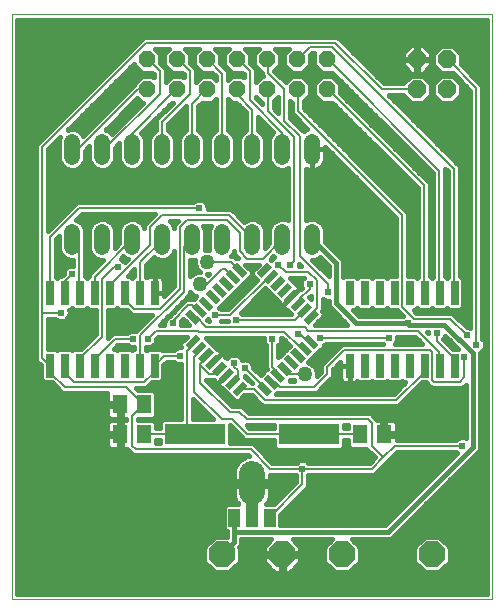
<source format=gbl>
G75*
%MOIN*%
%OFA0B0*%
%FSLAX25Y25*%
%IPPOS*%
%LPD*%
%AMOC8*
5,1,8,0,0,1.08239X$1,22.5*
%
%ADD10C,0.00000*%
%ADD11OC8,0.08500*%
%ADD12R,0.05118X0.06299*%
%ADD13R,0.02600X0.08000*%
%ADD14C,0.05200*%
%ADD15R,0.03937X0.05906*%
%ADD16R,0.03937X0.07874*%
%ADD17C,0.08661*%
%ADD18OC8,0.06000*%
%ADD19R,0.20000X0.07000*%
%ADD20OC8,0.05600*%
%ADD21R,0.05000X0.02200*%
%ADD22R,0.02200X0.05000*%
%ADD23C,0.05000*%
%ADD24C,0.00800*%
%ADD25C,0.02400*%
%ADD26C,0.01600*%
D10*
X0001800Y0001800D02*
X0001800Y0196800D01*
X0161800Y0196800D01*
X0161800Y0001800D01*
X0001800Y0001800D01*
D11*
X0071800Y0016800D03*
X0091800Y0016800D03*
X0111800Y0016800D03*
X0141800Y0016800D03*
D12*
X0125737Y0056800D03*
X0117863Y0056800D03*
X0045737Y0056800D03*
X0045737Y0066800D03*
X0037863Y0066800D03*
X0037863Y0056800D03*
D13*
X0039300Y0079700D03*
X0034300Y0079700D03*
X0029300Y0079700D03*
X0024300Y0079700D03*
X0019300Y0079700D03*
X0014300Y0079700D03*
X0014300Y0103900D03*
X0019300Y0103900D03*
X0024300Y0103900D03*
X0029300Y0103900D03*
X0034300Y0103900D03*
X0039300Y0103900D03*
X0044300Y0103900D03*
X0049300Y0103900D03*
X0049300Y0079700D03*
X0044300Y0079700D03*
X0114300Y0079700D03*
X0119300Y0079700D03*
X0124300Y0079700D03*
X0129300Y0079700D03*
X0134300Y0079700D03*
X0139300Y0079700D03*
X0144300Y0079700D03*
X0149300Y0079700D03*
X0149300Y0103900D03*
X0144300Y0103900D03*
X0139300Y0103900D03*
X0134300Y0103900D03*
X0129300Y0103900D03*
X0124300Y0103900D03*
X0119300Y0103900D03*
X0114300Y0103900D03*
D14*
X0101800Y0119200D02*
X0101800Y0124400D01*
X0091800Y0124400D02*
X0091800Y0119200D01*
X0081800Y0119200D02*
X0081800Y0124400D01*
X0071800Y0124400D02*
X0071800Y0119200D01*
X0061800Y0119200D02*
X0061800Y0124400D01*
X0051800Y0124400D02*
X0051800Y0119200D01*
X0041800Y0119200D02*
X0041800Y0124400D01*
X0031800Y0124400D02*
X0031800Y0119200D01*
X0021800Y0119200D02*
X0021800Y0124400D01*
X0021800Y0149200D02*
X0021800Y0154400D01*
X0031800Y0154400D02*
X0031800Y0149200D01*
X0041800Y0149200D02*
X0041800Y0154400D01*
X0051800Y0154400D02*
X0051800Y0149200D01*
X0061800Y0149200D02*
X0061800Y0154400D01*
X0071800Y0154400D02*
X0071800Y0149200D01*
X0081800Y0149200D02*
X0081800Y0154400D01*
X0091800Y0154400D02*
X0091800Y0149200D01*
X0101800Y0149200D02*
X0101800Y0154400D01*
D15*
X0087702Y0029001D03*
X0075898Y0029001D03*
D16*
X0081800Y0030001D03*
D17*
X0081800Y0043454D02*
X0081800Y0043454D01*
X0081800Y0037548D01*
X0081800Y0037548D01*
X0081800Y0043454D01*
D18*
X0136800Y0171800D03*
X0136800Y0181800D03*
X0146800Y0181800D03*
X0146800Y0171800D03*
D19*
X0100800Y0056800D03*
X0062800Y0056800D03*
D20*
X0066800Y0171800D03*
X0066800Y0181800D03*
X0056800Y0181800D03*
X0056800Y0171800D03*
X0046800Y0171800D03*
X0046800Y0181800D03*
X0076800Y0181800D03*
X0076800Y0171800D03*
X0086800Y0171800D03*
X0086800Y0181800D03*
X0096800Y0181800D03*
X0096800Y0171800D03*
X0106800Y0171800D03*
X0106800Y0181800D03*
D21*
G36*
X0088500Y0112534D02*
X0084966Y0109000D01*
X0083410Y0110556D01*
X0086944Y0114090D01*
X0088500Y0112534D01*
G37*
G36*
X0090727Y0110307D02*
X0087193Y0106773D01*
X0085637Y0108329D01*
X0089171Y0111863D01*
X0090727Y0110307D01*
G37*
G36*
X0092954Y0108080D02*
X0089420Y0104546D01*
X0087864Y0106102D01*
X0091398Y0109636D01*
X0092954Y0108080D01*
G37*
G36*
X0095182Y0105853D02*
X0091648Y0102319D01*
X0090092Y0103875D01*
X0093626Y0107409D01*
X0095182Y0105853D01*
G37*
G36*
X0097409Y0103626D02*
X0093875Y0100092D01*
X0092319Y0101648D01*
X0095853Y0105182D01*
X0097409Y0103626D01*
G37*
G36*
X0099636Y0101398D02*
X0096102Y0097864D01*
X0094546Y0099420D01*
X0098080Y0102954D01*
X0099636Y0101398D01*
G37*
G36*
X0101863Y0099171D02*
X0098329Y0095637D01*
X0096773Y0097193D01*
X0100307Y0100727D01*
X0101863Y0099171D01*
G37*
G36*
X0104090Y0096944D02*
X0100556Y0093410D01*
X0099000Y0094966D01*
X0102534Y0098500D01*
X0104090Y0096944D01*
G37*
G36*
X0080190Y0073044D02*
X0076656Y0069510D01*
X0075100Y0071066D01*
X0078634Y0074600D01*
X0080190Y0073044D01*
G37*
G36*
X0077963Y0075271D02*
X0074429Y0071737D01*
X0072873Y0073293D01*
X0076407Y0076827D01*
X0077963Y0075271D01*
G37*
G36*
X0075736Y0077498D02*
X0072202Y0073964D01*
X0070646Y0075520D01*
X0074180Y0079054D01*
X0075736Y0077498D01*
G37*
G36*
X0073508Y0079725D02*
X0069974Y0076191D01*
X0068418Y0077747D01*
X0071952Y0081281D01*
X0073508Y0079725D01*
G37*
G36*
X0071281Y0081952D02*
X0067747Y0078418D01*
X0066191Y0079974D01*
X0069725Y0083508D01*
X0071281Y0081952D01*
G37*
G36*
X0069054Y0084180D02*
X0065520Y0080646D01*
X0063964Y0082202D01*
X0067498Y0085736D01*
X0069054Y0084180D01*
G37*
G36*
X0066827Y0086407D02*
X0063293Y0082873D01*
X0061737Y0084429D01*
X0065271Y0087963D01*
X0066827Y0086407D01*
G37*
G36*
X0064600Y0088634D02*
X0061066Y0085100D01*
X0059510Y0086656D01*
X0063044Y0090190D01*
X0064600Y0088634D01*
G37*
D22*
G36*
X0064600Y0094966D02*
X0063044Y0093410D01*
X0059510Y0096944D01*
X0061066Y0098500D01*
X0064600Y0094966D01*
G37*
G36*
X0066827Y0097193D02*
X0065271Y0095637D01*
X0061737Y0099171D01*
X0063293Y0100727D01*
X0066827Y0097193D01*
G37*
G36*
X0069054Y0099420D02*
X0067498Y0097864D01*
X0063964Y0101398D01*
X0065520Y0102954D01*
X0069054Y0099420D01*
G37*
G36*
X0071281Y0101648D02*
X0069725Y0100092D01*
X0066191Y0103626D01*
X0067747Y0105182D01*
X0071281Y0101648D01*
G37*
G36*
X0073508Y0103875D02*
X0071952Y0102319D01*
X0068418Y0105853D01*
X0069974Y0107409D01*
X0073508Y0103875D01*
G37*
G36*
X0075736Y0106102D02*
X0074180Y0104546D01*
X0070646Y0108080D01*
X0072202Y0109636D01*
X0075736Y0106102D01*
G37*
G36*
X0077963Y0108329D02*
X0076407Y0106773D01*
X0072873Y0110307D01*
X0074429Y0111863D01*
X0077963Y0108329D01*
G37*
G36*
X0080190Y0110556D02*
X0078634Y0109000D01*
X0075100Y0112534D01*
X0076656Y0114090D01*
X0080190Y0110556D01*
G37*
G36*
X0101863Y0084429D02*
X0100307Y0082873D01*
X0096773Y0086407D01*
X0098329Y0087963D01*
X0101863Y0084429D01*
G37*
G36*
X0104090Y0086656D02*
X0102534Y0085100D01*
X0099000Y0088634D01*
X0100556Y0090190D01*
X0104090Y0086656D01*
G37*
G36*
X0099636Y0082202D02*
X0098080Y0080646D01*
X0094546Y0084180D01*
X0096102Y0085736D01*
X0099636Y0082202D01*
G37*
G36*
X0097409Y0079974D02*
X0095853Y0078418D01*
X0092319Y0081952D01*
X0093875Y0083508D01*
X0097409Y0079974D01*
G37*
G36*
X0095182Y0077747D02*
X0093626Y0076191D01*
X0090092Y0079725D01*
X0091648Y0081281D01*
X0095182Y0077747D01*
G37*
G36*
X0092954Y0075520D02*
X0091398Y0073964D01*
X0087864Y0077498D01*
X0089420Y0079054D01*
X0092954Y0075520D01*
G37*
G36*
X0090727Y0073293D02*
X0089171Y0071737D01*
X0085637Y0075271D01*
X0087193Y0076827D01*
X0090727Y0073293D01*
G37*
G36*
X0088500Y0071066D02*
X0086944Y0069510D01*
X0083410Y0073044D01*
X0084966Y0074600D01*
X0088500Y0071066D01*
G37*
D23*
X0099300Y0076800D03*
X0066800Y0114300D03*
X0064300Y0106800D03*
D24*
X0066800Y0106800D01*
X0071800Y0111800D01*
X0072936Y0111800D01*
X0075418Y0109318D01*
X0077645Y0111545D02*
X0074890Y0114300D01*
X0066800Y0114300D01*
X0061800Y0121800D02*
X0059200Y0119200D01*
X0059200Y0104400D01*
X0044600Y0089800D01*
X0044600Y0079800D01*
X0044300Y0079700D01*
X0049000Y0079400D02*
X0049000Y0077400D01*
X0045800Y0074200D01*
X0022600Y0074200D01*
X0019400Y0077400D01*
X0019400Y0079400D01*
X0019300Y0079700D01*
X0014600Y0079400D02*
X0014600Y0077400D01*
X0019400Y0072600D01*
X0039800Y0072600D01*
X0045400Y0067000D01*
X0045737Y0066800D01*
X0045400Y0066600D01*
X0041800Y0063000D01*
X0041800Y0053000D01*
X0043000Y0051800D01*
X0081400Y0051800D01*
X0087800Y0045400D01*
X0098600Y0045400D01*
X0121800Y0045400D01*
X0125600Y0049200D01*
X0121800Y0053000D01*
X0121800Y0060600D01*
X0120600Y0061800D01*
X0080100Y0061800D01*
X0077600Y0064300D01*
X0074300Y0064300D01*
X0064600Y0074000D01*
X0064600Y0079800D01*
X0067400Y0077000D01*
X0069000Y0077000D01*
X0070600Y0078600D01*
X0070963Y0078736D01*
X0069400Y0077000D01*
X0064600Y0079800D02*
X0064600Y0080200D01*
X0066200Y0081800D01*
X0066200Y0083000D01*
X0066509Y0083191D01*
X0064200Y0084200D02*
X0062600Y0082600D01*
X0062600Y0071000D01*
X0071800Y0061800D01*
X0075200Y0061800D01*
X0080000Y0057000D01*
X0100600Y0057000D01*
X0100800Y0056800D01*
X0101000Y0057000D01*
X0117800Y0057000D01*
X0117863Y0056800D01*
X0125600Y0049200D02*
X0129400Y0053000D01*
X0151800Y0053000D01*
X0151000Y0074200D02*
X0142600Y0074200D01*
X0141800Y0075000D01*
X0141800Y0084200D01*
X0141000Y0085000D01*
X0112600Y0085000D01*
X0106800Y0079200D01*
X0106800Y0076800D01*
X0102600Y0072600D01*
X0091000Y0072600D01*
X0089400Y0074200D01*
X0088200Y0074200D01*
X0088182Y0074282D01*
X0086200Y0072200D02*
X0085955Y0072055D01*
X0086200Y0072200D02*
X0079400Y0079000D01*
X0077000Y0078200D02*
X0077000Y0075800D01*
X0075800Y0074600D01*
X0075418Y0074282D01*
X0077645Y0072055D02*
X0077800Y0071800D01*
X0082600Y0071800D01*
X0086200Y0068200D01*
X0129800Y0068200D01*
X0139000Y0077400D01*
X0139000Y0079400D01*
X0139300Y0079700D01*
X0144200Y0079800D02*
X0144300Y0079700D01*
X0144200Y0079800D02*
X0144200Y0084200D01*
X0137000Y0091400D01*
X0100600Y0091400D01*
X0099400Y0092600D01*
X0066600Y0092600D01*
X0063400Y0095800D01*
X0062200Y0095800D01*
X0062055Y0095955D01*
X0063400Y0098200D02*
X0061800Y0099800D01*
X0060600Y0099800D01*
X0055400Y0094600D01*
X0055400Y0093800D01*
X0049800Y0091400D02*
X0047000Y0088600D01*
X0049800Y0091400D02*
X0063800Y0091400D01*
X0064200Y0091000D01*
X0092600Y0091000D01*
X0097800Y0085800D01*
X0099000Y0085800D01*
X0099318Y0085418D01*
X0100200Y0087800D02*
X0097800Y0090200D01*
X0097000Y0090200D01*
X0100200Y0087800D02*
X0101400Y0087800D01*
X0101545Y0087645D01*
X0104600Y0089000D02*
X0127400Y0089000D01*
X0135800Y0095400D02*
X0131800Y0099400D01*
X0131800Y0129800D01*
X0097000Y0164600D01*
X0097000Y0171800D01*
X0096800Y0171800D01*
X0092600Y0171800D02*
X0092600Y0161400D01*
X0097800Y0156200D01*
X0097800Y0116200D01*
X0107000Y0107000D01*
X0107000Y0104200D01*
X0103400Y0108200D02*
X0103400Y0099000D01*
X0101800Y0097400D01*
X0101800Y0096200D01*
X0101545Y0095955D01*
X0099000Y0097800D02*
X0099318Y0098182D01*
X0099000Y0097800D02*
X0096200Y0095000D01*
X0076600Y0095000D01*
X0074600Y0096600D02*
X0069400Y0096600D01*
X0064282Y0098182D02*
X0064200Y0098200D01*
X0063400Y0098200D01*
X0057800Y0105400D02*
X0057800Y0125800D01*
X0060200Y0128200D01*
X0073400Y0128200D01*
X0077800Y0123800D01*
X0077800Y0117800D01*
X0080200Y0115400D01*
X0085400Y0115400D01*
X0091800Y0121800D01*
X0095800Y0114600D02*
X0094600Y0113400D01*
X0095800Y0114600D02*
X0095800Y0155800D01*
X0087000Y0164600D01*
X0087000Y0171800D01*
X0086800Y0171800D01*
X0087000Y0177400D02*
X0092600Y0171800D01*
X0087000Y0177400D02*
X0087000Y0181800D01*
X0086800Y0181800D01*
X0081000Y0177800D02*
X0077000Y0181800D01*
X0076800Y0181800D01*
X0081000Y0177800D02*
X0081000Y0168200D01*
X0091800Y0157400D01*
X0091800Y0151800D01*
X0081800Y0151800D02*
X0081800Y0165000D01*
X0077000Y0169800D01*
X0077000Y0171800D01*
X0076800Y0171800D01*
X0071800Y0177000D02*
X0067000Y0181800D01*
X0066800Y0181800D01*
X0071800Y0177000D02*
X0071800Y0151800D01*
X0061800Y0151800D02*
X0061800Y0167000D01*
X0066600Y0171800D01*
X0066800Y0171800D01*
X0061000Y0170200D02*
X0061000Y0177800D01*
X0057000Y0181800D01*
X0056800Y0181800D01*
X0051000Y0177800D02*
X0047000Y0181800D01*
X0046800Y0181800D01*
X0046600Y0187400D02*
X0011800Y0152600D01*
X0011800Y0097400D01*
X0018200Y0097400D01*
X0019300Y0103900D02*
X0019400Y0104200D01*
X0019400Y0107800D01*
X0021800Y0110200D01*
X0024200Y0104200D02*
X0024300Y0103900D01*
X0024200Y0104200D02*
X0024200Y0119400D01*
X0021800Y0121800D01*
X0014600Y0122600D02*
X0024200Y0132200D01*
X0064200Y0132200D01*
X0074200Y0129800D02*
X0081800Y0122200D01*
X0081800Y0121800D01*
X0074200Y0129800D02*
X0051800Y0129800D01*
X0047800Y0125800D01*
X0047800Y0119800D01*
X0034600Y0106600D01*
X0034600Y0104200D01*
X0034300Y0103900D01*
X0031800Y0108600D02*
X0031800Y0089400D01*
X0024600Y0082200D01*
X0024600Y0079800D01*
X0024300Y0079700D01*
X0029300Y0079700D02*
X0029400Y0079800D01*
X0029400Y0081800D01*
X0036200Y0088600D01*
X0042200Y0088600D01*
X0042600Y0098600D02*
X0051000Y0098600D01*
X0057800Y0105400D01*
X0044600Y0114200D02*
X0051800Y0121400D01*
X0051800Y0121800D01*
X0044600Y0114200D02*
X0044600Y0104200D01*
X0044300Y0103900D01*
X0039400Y0101800D02*
X0042600Y0098600D01*
X0039400Y0101800D02*
X0039400Y0103800D01*
X0039300Y0103900D01*
X0031800Y0108600D02*
X0035800Y0112600D01*
X0037000Y0112600D01*
X0029400Y0109400D02*
X0041800Y0121800D01*
X0029400Y0109400D02*
X0029400Y0104200D01*
X0029300Y0103900D01*
X0014600Y0104200D02*
X0014600Y0122600D01*
X0014600Y0104200D02*
X0014300Y0103900D01*
X0011800Y0097400D02*
X0011800Y0082200D01*
X0014300Y0079700D01*
X0014600Y0079400D01*
X0045800Y0057000D02*
X0045737Y0056800D01*
X0045800Y0057000D02*
X0058200Y0057000D01*
X0060200Y0059000D01*
X0062800Y0056800D01*
X0060200Y0059400D01*
X0060200Y0084600D01*
X0061800Y0086200D01*
X0061800Y0087400D01*
X0062055Y0087645D01*
X0064200Y0085400D02*
X0064282Y0085418D01*
X0064200Y0085400D02*
X0064200Y0084200D01*
X0057800Y0083000D02*
X0052600Y0083000D01*
X0049300Y0079700D01*
X0049000Y0079400D01*
X0075800Y0079400D02*
X0077000Y0078200D01*
X0075800Y0079400D02*
X0075800Y0080600D01*
X0074600Y0096600D02*
X0087000Y0109000D01*
X0087800Y0109000D01*
X0088182Y0109318D01*
X0090600Y0113400D02*
X0093000Y0111000D01*
X0100600Y0111000D01*
X0103400Y0108200D01*
X0101000Y0107000D02*
X0101000Y0105400D01*
X0097400Y0101800D01*
X0097400Y0100600D01*
X0097091Y0100409D01*
X0088600Y0088600D02*
X0088600Y0079400D01*
X0090200Y0077800D01*
X0090200Y0076600D01*
X0090409Y0076509D01*
X0092637Y0078736D02*
X0094573Y0076800D01*
X0099300Y0076800D01*
X0098600Y0045400D02*
X0098600Y0040200D01*
X0087800Y0029400D01*
X0087702Y0029001D01*
X0135800Y0095400D02*
X0147800Y0095400D01*
X0153400Y0089800D01*
X0156600Y0086600D02*
X0156600Y0172200D01*
X0147000Y0181800D01*
X0146800Y0181800D01*
X0136800Y0171800D02*
X0125000Y0171800D01*
X0109400Y0187400D01*
X0046600Y0187400D01*
X0051000Y0177800D02*
X0051000Y0170200D01*
X0032600Y0151800D01*
X0031800Y0151800D01*
X0023800Y0151800D02*
X0043800Y0171800D01*
X0046800Y0171800D01*
X0051800Y0161000D02*
X0061000Y0170200D01*
X0056800Y0171800D02*
X0056600Y0171800D01*
X0041800Y0157000D01*
X0041800Y0151800D01*
X0051800Y0151800D02*
X0051800Y0161000D01*
X0023800Y0151800D02*
X0021800Y0151800D01*
X0096800Y0181800D02*
X0097000Y0181800D01*
X0101000Y0185800D01*
X0108600Y0185800D01*
X0149000Y0145400D01*
X0149000Y0104200D01*
X0149300Y0103900D01*
X0144300Y0103900D02*
X0144200Y0104200D01*
X0144200Y0144600D01*
X0107000Y0181800D01*
X0106800Y0181800D01*
X0106800Y0171800D02*
X0107000Y0171800D01*
X0139000Y0139800D01*
X0139000Y0104200D01*
X0139300Y0103900D01*
X0143400Y0090600D02*
X0143400Y0087800D01*
X0149000Y0082200D01*
X0149000Y0079800D01*
X0149300Y0079700D01*
X0152600Y0082600D02*
X0152600Y0075800D01*
X0151000Y0074200D01*
D25*
X0146800Y0066800D03*
X0151800Y0053000D03*
X0152600Y0082600D03*
X0156600Y0086600D03*
X0153400Y0089800D03*
X0143400Y0090600D03*
X0133800Y0093800D03*
X0127400Y0089000D03*
X0126800Y0071800D03*
X0124300Y0064300D03*
X0109300Y0071800D03*
X0104600Y0089000D03*
X0106800Y0096800D03*
X0107000Y0104200D03*
X0101000Y0107000D03*
X0094600Y0113400D03*
X0090600Y0113400D03*
X0086800Y0101800D03*
X0088600Y0088600D03*
X0097000Y0090200D03*
X0084300Y0079300D03*
X0079400Y0079000D03*
X0075800Y0080600D03*
X0076600Y0095000D03*
X0069400Y0096600D03*
X0057800Y0083000D03*
X0055400Y0093800D03*
X0047000Y0088600D03*
X0042200Y0088600D03*
X0051800Y0071800D03*
X0069300Y0041800D03*
X0098600Y0045400D03*
X0126800Y0039300D03*
X0126800Y0039300D03*
X0111800Y0131800D03*
X0101800Y0141800D03*
X0086800Y0136800D03*
X0064200Y0132200D03*
X0055300Y0109800D03*
X0037000Y0112600D03*
X0021800Y0110200D03*
X0018200Y0097400D03*
X0006800Y0081800D03*
X0011800Y0016800D03*
X0126800Y0141800D03*
X0146800Y0161800D03*
X0156800Y0186800D03*
X0121800Y0186800D03*
D26*
X0117197Y0182432D02*
X0132000Y0182432D01*
X0132000Y0182000D02*
X0136600Y0182000D01*
X0136600Y0186600D01*
X0134812Y0186600D01*
X0132000Y0183788D01*
X0132000Y0182000D01*
X0132000Y0181600D02*
X0132000Y0179812D01*
X0134812Y0177000D01*
X0136600Y0177000D01*
X0136600Y0181600D01*
X0137000Y0181600D01*
X0137000Y0182000D01*
X0141600Y0182000D01*
X0141600Y0183788D01*
X0138788Y0186600D01*
X0137000Y0186600D01*
X0137000Y0182000D01*
X0136600Y0182000D01*
X0136600Y0181600D01*
X0132000Y0181600D01*
X0132000Y0180833D02*
X0118795Y0180833D01*
X0120394Y0179235D02*
X0132577Y0179235D01*
X0134176Y0177636D02*
X0121992Y0177636D01*
X0123591Y0176038D02*
X0134532Y0176038D01*
X0134895Y0176400D02*
X0132295Y0173800D01*
X0125828Y0173800D01*
X0111400Y0188228D01*
X0110228Y0189400D01*
X0045772Y0189400D01*
X0010972Y0154600D01*
X0009800Y0153428D01*
X0009800Y0081372D01*
X0011400Y0079772D01*
X0011400Y0075037D01*
X0012337Y0074100D01*
X0015072Y0074100D01*
X0018572Y0070600D01*
X0033615Y0070600D01*
X0033504Y0070187D01*
X0033504Y0067280D01*
X0037383Y0067280D01*
X0037383Y0066320D01*
X0038343Y0066320D01*
X0038343Y0061850D01*
X0039800Y0061850D01*
X0039800Y0061750D01*
X0038343Y0061750D01*
X0038343Y0057280D01*
X0037383Y0057280D01*
X0037383Y0061750D01*
X0035067Y0061750D01*
X0034609Y0061627D01*
X0034199Y0061390D01*
X0033864Y0061055D01*
X0033627Y0060644D01*
X0033504Y0060187D01*
X0033504Y0057280D01*
X0037383Y0057280D01*
X0037383Y0056320D01*
X0033504Y0056320D01*
X0033504Y0053413D01*
X0033627Y0052956D01*
X0033864Y0052545D01*
X0034199Y0052210D01*
X0034609Y0051973D01*
X0035067Y0051850D01*
X0037383Y0051850D01*
X0037383Y0056320D01*
X0038343Y0056320D01*
X0038343Y0051850D01*
X0040121Y0051850D01*
X0040972Y0051000D01*
X0042172Y0049800D01*
X0080572Y0049800D01*
X0080860Y0049512D01*
X0080364Y0049433D01*
X0079447Y0049135D01*
X0078587Y0048697D01*
X0077806Y0048130D01*
X0077124Y0047447D01*
X0076557Y0046667D01*
X0076118Y0045807D01*
X0075820Y0044889D01*
X0075669Y0043936D01*
X0075669Y0041301D01*
X0081000Y0041301D01*
X0081000Y0039701D01*
X0075669Y0039701D01*
X0075669Y0037066D01*
X0075820Y0036112D01*
X0076118Y0035195D01*
X0076557Y0034335D01*
X0077124Y0033554D01*
X0077124Y0033554D01*
X0073267Y0033554D01*
X0072330Y0032616D01*
X0072330Y0025385D01*
X0073267Y0024448D01*
X0073400Y0024448D01*
X0073400Y0022650D01*
X0069377Y0022650D01*
X0065950Y0019223D01*
X0065950Y0014377D01*
X0069377Y0010950D01*
X0074223Y0010950D01*
X0077650Y0014377D01*
X0077650Y0019223D01*
X0077534Y0019340D01*
X0077835Y0019641D01*
X0078200Y0020523D01*
X0078200Y0021800D01*
X0088244Y0021800D01*
X0085750Y0019306D01*
X0085750Y0017300D01*
X0091300Y0017300D01*
X0091300Y0016300D01*
X0092300Y0016300D01*
X0092300Y0017300D01*
X0097850Y0017300D01*
X0097850Y0019306D01*
X0095356Y0021800D01*
X0108527Y0021800D01*
X0105950Y0019223D01*
X0105950Y0014377D01*
X0109377Y0010950D01*
X0114223Y0010950D01*
X0117650Y0014377D01*
X0117650Y0019223D01*
X0115073Y0021800D01*
X0127477Y0021800D01*
X0128359Y0022165D01*
X0129035Y0022841D01*
X0157435Y0051241D01*
X0157800Y0052123D01*
X0157800Y0084066D01*
X0158186Y0084226D01*
X0158974Y0085014D01*
X0159400Y0086043D01*
X0159400Y0087157D01*
X0158974Y0088186D01*
X0158600Y0088560D01*
X0158600Y0173028D01*
X0151400Y0180228D01*
X0151400Y0183705D01*
X0148705Y0186400D01*
X0144895Y0186400D01*
X0142200Y0183705D01*
X0142200Y0179895D01*
X0144895Y0177200D01*
X0148705Y0177200D01*
X0148738Y0177233D01*
X0154600Y0171372D01*
X0154600Y0092334D01*
X0153957Y0092600D01*
X0153428Y0092600D01*
X0148628Y0097400D01*
X0136628Y0097400D01*
X0135728Y0098300D01*
X0136263Y0098300D01*
X0136800Y0098837D01*
X0137337Y0098300D01*
X0141263Y0098300D01*
X0141800Y0098837D01*
X0142337Y0098300D01*
X0146263Y0098300D01*
X0146800Y0098837D01*
X0147337Y0098300D01*
X0151263Y0098300D01*
X0152200Y0099237D01*
X0152200Y0108563D01*
X0151263Y0109500D01*
X0151000Y0109500D01*
X0151000Y0146228D01*
X0127428Y0169800D01*
X0132295Y0169800D01*
X0134895Y0167200D01*
X0138705Y0167200D01*
X0141400Y0169895D01*
X0141400Y0173705D01*
X0138705Y0176400D01*
X0134895Y0176400D01*
X0136600Y0177636D02*
X0137000Y0177636D01*
X0137000Y0177000D02*
X0138788Y0177000D01*
X0141600Y0179812D01*
X0141600Y0181600D01*
X0137000Y0181600D01*
X0137000Y0177000D01*
X0137000Y0179235D02*
X0136600Y0179235D01*
X0136600Y0180833D02*
X0137000Y0180833D01*
X0137000Y0182432D02*
X0136600Y0182432D01*
X0136600Y0184030D02*
X0137000Y0184030D01*
X0137000Y0185629D02*
X0136600Y0185629D01*
X0133841Y0185629D02*
X0114000Y0185629D01*
X0115598Y0184030D02*
X0132242Y0184030D01*
X0139759Y0185629D02*
X0144123Y0185629D01*
X0142525Y0184030D02*
X0141358Y0184030D01*
X0141600Y0182432D02*
X0142200Y0182432D01*
X0142200Y0180833D02*
X0141600Y0180833D01*
X0141023Y0179235D02*
X0142860Y0179235D01*
X0144458Y0177636D02*
X0139424Y0177636D01*
X0139068Y0176038D02*
X0144532Y0176038D01*
X0144895Y0176400D02*
X0142200Y0173705D01*
X0142200Y0169895D01*
X0144895Y0167200D01*
X0148705Y0167200D01*
X0151400Y0169895D01*
X0151400Y0173705D01*
X0148705Y0176400D01*
X0144895Y0176400D01*
X0142934Y0174439D02*
X0140666Y0174439D01*
X0141400Y0172841D02*
X0142200Y0172841D01*
X0142200Y0171242D02*
X0141400Y0171242D01*
X0141149Y0169644D02*
X0142451Y0169644D01*
X0144049Y0168045D02*
X0139551Y0168045D01*
X0134049Y0168045D02*
X0129183Y0168045D01*
X0127585Y0169644D02*
X0132451Y0169644D01*
X0130782Y0166447D02*
X0154600Y0166447D01*
X0154600Y0168045D02*
X0149551Y0168045D01*
X0151149Y0169644D02*
X0154600Y0169644D01*
X0154600Y0171242D02*
X0151400Y0171242D01*
X0151400Y0172841D02*
X0153131Y0172841D01*
X0151532Y0174439D02*
X0150666Y0174439D01*
X0149934Y0176038D02*
X0149068Y0176038D01*
X0152394Y0179235D02*
X0160000Y0179235D01*
X0160000Y0180833D02*
X0151400Y0180833D01*
X0151400Y0182432D02*
X0160000Y0182432D01*
X0160000Y0184030D02*
X0151075Y0184030D01*
X0149477Y0185629D02*
X0160000Y0185629D01*
X0160000Y0187227D02*
X0112401Y0187227D01*
X0110803Y0188826D02*
X0160000Y0188826D01*
X0160000Y0190424D02*
X0003600Y0190424D01*
X0003600Y0188826D02*
X0045197Y0188826D01*
X0043599Y0187227D02*
X0003600Y0187227D01*
X0003600Y0185629D02*
X0042000Y0185629D01*
X0040402Y0184030D02*
X0003600Y0184030D01*
X0003600Y0182432D02*
X0038803Y0182432D01*
X0037205Y0180833D02*
X0003600Y0180833D01*
X0003600Y0179235D02*
X0035606Y0179235D01*
X0034008Y0177636D02*
X0003600Y0177636D01*
X0003600Y0176038D02*
X0032409Y0176038D01*
X0030811Y0174439D02*
X0003600Y0174439D01*
X0003600Y0172841D02*
X0029212Y0172841D01*
X0027614Y0171242D02*
X0003600Y0171242D01*
X0003600Y0169644D02*
X0026015Y0169644D01*
X0024417Y0168045D02*
X0003600Y0168045D01*
X0003600Y0166447D02*
X0022818Y0166447D01*
X0021220Y0164848D02*
X0003600Y0164848D01*
X0003600Y0163250D02*
X0019621Y0163250D01*
X0018023Y0161651D02*
X0003600Y0161651D01*
X0003600Y0160053D02*
X0016424Y0160053D01*
X0014826Y0158454D02*
X0003600Y0158454D01*
X0003600Y0156856D02*
X0013227Y0156856D01*
X0011629Y0155257D02*
X0003600Y0155257D01*
X0003600Y0153659D02*
X0010030Y0153659D01*
X0009800Y0152060D02*
X0003600Y0152060D01*
X0003600Y0150462D02*
X0009800Y0150462D01*
X0009800Y0148863D02*
X0003600Y0148863D01*
X0003600Y0147265D02*
X0009800Y0147265D01*
X0009800Y0145666D02*
X0003600Y0145666D01*
X0003600Y0144068D02*
X0009800Y0144068D01*
X0009800Y0142469D02*
X0003600Y0142469D01*
X0003600Y0140870D02*
X0009800Y0140870D01*
X0009800Y0139272D02*
X0003600Y0139272D01*
X0003600Y0137673D02*
X0009800Y0137673D01*
X0009800Y0136075D02*
X0003600Y0136075D01*
X0003600Y0134476D02*
X0009800Y0134476D01*
X0009800Y0132878D02*
X0003600Y0132878D01*
X0003600Y0131279D02*
X0009800Y0131279D01*
X0009800Y0129681D02*
X0003600Y0129681D01*
X0003600Y0128082D02*
X0009800Y0128082D01*
X0009800Y0126484D02*
X0003600Y0126484D01*
X0003600Y0124885D02*
X0009800Y0124885D01*
X0009800Y0123287D02*
X0003600Y0123287D01*
X0003600Y0121688D02*
X0009800Y0121688D01*
X0009800Y0120090D02*
X0003600Y0120090D01*
X0003600Y0118491D02*
X0009800Y0118491D01*
X0009800Y0116893D02*
X0003600Y0116893D01*
X0003600Y0115294D02*
X0009800Y0115294D01*
X0009800Y0113696D02*
X0003600Y0113696D01*
X0003600Y0112097D02*
X0009800Y0112097D01*
X0009800Y0110499D02*
X0003600Y0110499D01*
X0003600Y0108900D02*
X0009800Y0108900D01*
X0009800Y0107302D02*
X0003600Y0107302D01*
X0003600Y0105703D02*
X0009800Y0105703D01*
X0009800Y0104105D02*
X0003600Y0104105D01*
X0003600Y0102506D02*
X0009800Y0102506D01*
X0009800Y0100908D02*
X0003600Y0100908D01*
X0003600Y0099309D02*
X0009800Y0099309D01*
X0009800Y0097711D02*
X0003600Y0097711D01*
X0003600Y0096112D02*
X0009800Y0096112D01*
X0009800Y0094514D02*
X0003600Y0094514D01*
X0003600Y0092915D02*
X0009800Y0092915D01*
X0009800Y0091317D02*
X0003600Y0091317D01*
X0003600Y0089718D02*
X0009800Y0089718D01*
X0009800Y0088120D02*
X0003600Y0088120D01*
X0003600Y0086521D02*
X0009800Y0086521D01*
X0009800Y0084923D02*
X0003600Y0084923D01*
X0003600Y0083324D02*
X0009800Y0083324D01*
X0009800Y0081726D02*
X0003600Y0081726D01*
X0003600Y0080127D02*
X0011045Y0080127D01*
X0011400Y0078529D02*
X0003600Y0078529D01*
X0003600Y0076930D02*
X0011400Y0076930D01*
X0011400Y0075332D02*
X0003600Y0075332D01*
X0003600Y0073733D02*
X0015439Y0073733D01*
X0017037Y0072134D02*
X0003600Y0072134D01*
X0003600Y0070536D02*
X0033598Y0070536D01*
X0033504Y0068937D02*
X0003600Y0068937D01*
X0003600Y0067339D02*
X0033504Y0067339D01*
X0033504Y0066320D02*
X0033504Y0063413D01*
X0033627Y0062956D01*
X0033864Y0062545D01*
X0034199Y0062210D01*
X0034609Y0061973D01*
X0035067Y0061850D01*
X0037383Y0061850D01*
X0037383Y0066320D01*
X0033504Y0066320D01*
X0033504Y0065740D02*
X0003600Y0065740D01*
X0003600Y0064142D02*
X0033504Y0064142D01*
X0033865Y0062543D02*
X0003600Y0062543D01*
X0003600Y0060945D02*
X0033800Y0060945D01*
X0033504Y0059346D02*
X0003600Y0059346D01*
X0003600Y0057748D02*
X0033504Y0057748D01*
X0033504Y0056149D02*
X0003600Y0056149D01*
X0003600Y0054551D02*
X0033504Y0054551D01*
X0033628Y0052952D02*
X0003600Y0052952D01*
X0003600Y0051354D02*
X0040618Y0051354D01*
X0038343Y0052952D02*
X0037383Y0052952D01*
X0037383Y0054551D02*
X0038343Y0054551D01*
X0038343Y0056149D02*
X0037383Y0056149D01*
X0037383Y0057748D02*
X0038343Y0057748D01*
X0038343Y0059346D02*
X0037383Y0059346D01*
X0037383Y0060945D02*
X0038343Y0060945D01*
X0038343Y0062543D02*
X0037383Y0062543D01*
X0037383Y0064142D02*
X0038343Y0064142D01*
X0038343Y0065740D02*
X0037383Y0065740D01*
X0043800Y0062050D02*
X0048959Y0062050D01*
X0049896Y0062988D01*
X0049896Y0070612D01*
X0048959Y0071550D01*
X0043679Y0071550D01*
X0043028Y0072200D01*
X0046628Y0072200D01*
X0048528Y0074100D01*
X0051263Y0074100D01*
X0052200Y0075037D01*
X0052200Y0079772D01*
X0053428Y0081000D01*
X0055840Y0081000D01*
X0056214Y0080626D01*
X0057243Y0080200D01*
X0058200Y0080200D01*
X0058200Y0061900D01*
X0052137Y0061900D01*
X0051200Y0060963D01*
X0051200Y0059000D01*
X0049896Y0059000D01*
X0049896Y0060612D01*
X0048959Y0061550D01*
X0043800Y0061550D01*
X0043800Y0062050D01*
X0049452Y0062543D02*
X0058200Y0062543D01*
X0058200Y0064142D02*
X0049896Y0064142D01*
X0049896Y0065740D02*
X0058200Y0065740D01*
X0058200Y0067339D02*
X0049896Y0067339D01*
X0049896Y0068937D02*
X0058200Y0068937D01*
X0058200Y0070536D02*
X0049896Y0070536D01*
X0048161Y0073733D02*
X0058200Y0073733D01*
X0058200Y0072134D02*
X0043094Y0072134D01*
X0052200Y0075332D02*
X0058200Y0075332D01*
X0058200Y0076930D02*
X0052200Y0076930D01*
X0052200Y0078529D02*
X0058200Y0078529D01*
X0058200Y0080127D02*
X0052555Y0080127D01*
X0051667Y0084896D02*
X0051263Y0085300D01*
X0047337Y0085300D01*
X0046800Y0084763D01*
X0046600Y0084963D01*
X0046600Y0085800D01*
X0047557Y0085800D01*
X0048586Y0086226D01*
X0049374Y0087014D01*
X0049800Y0088043D01*
X0049800Y0088572D01*
X0050628Y0089400D01*
X0059992Y0089400D01*
X0057909Y0087318D01*
X0057909Y0085992D01*
X0058102Y0085800D01*
X0057243Y0085800D01*
X0056214Y0085374D01*
X0055840Y0085000D01*
X0051772Y0085000D01*
X0051667Y0084896D01*
X0051640Y0084923D02*
X0051694Y0084923D01*
X0049800Y0088120D02*
X0058712Y0088120D01*
X0057909Y0086521D02*
X0048881Y0086521D01*
X0046960Y0084923D02*
X0046640Y0084923D01*
X0042600Y0085300D02*
X0042600Y0085800D01*
X0041643Y0085800D01*
X0040614Y0086226D01*
X0040240Y0086600D01*
X0037028Y0086600D01*
X0035728Y0085300D01*
X0036263Y0085300D01*
X0036800Y0084763D01*
X0037337Y0085300D01*
X0041263Y0085300D01*
X0041800Y0084763D01*
X0042337Y0085300D01*
X0042600Y0085300D01*
X0041960Y0084923D02*
X0041640Y0084923D01*
X0040319Y0086521D02*
X0036950Y0086521D01*
X0036960Y0084923D02*
X0036640Y0084923D01*
X0033800Y0089028D02*
X0033800Y0090228D01*
X0033800Y0098300D01*
X0036263Y0098300D01*
X0036800Y0098837D01*
X0037337Y0098300D01*
X0040072Y0098300D01*
X0040600Y0097772D01*
X0041772Y0096600D01*
X0048572Y0096600D01*
X0043192Y0091220D01*
X0042757Y0091400D01*
X0041643Y0091400D01*
X0040614Y0090974D01*
X0040240Y0090600D01*
X0035372Y0090600D01*
X0033800Y0089028D01*
X0033800Y0089718D02*
X0034490Y0089718D01*
X0033800Y0091317D02*
X0041442Y0091317D01*
X0042958Y0091317D02*
X0043288Y0091317D01*
X0044887Y0092915D02*
X0033800Y0092915D01*
X0033800Y0094514D02*
X0046485Y0094514D01*
X0048084Y0096112D02*
X0033800Y0096112D01*
X0033800Y0097711D02*
X0040661Y0097711D01*
X0049300Y0103900D02*
X0049300Y0109700D01*
X0049300Y0103900D01*
X0049300Y0103900D01*
X0052400Y0103900D01*
X0052400Y0108137D01*
X0052277Y0108595D01*
X0052040Y0109005D01*
X0051705Y0109340D01*
X0051295Y0109577D01*
X0050837Y0109700D01*
X0049300Y0109700D01*
X0047763Y0109700D01*
X0047305Y0109577D01*
X0046895Y0109340D01*
X0046659Y0109104D01*
X0046600Y0109163D01*
X0046600Y0113372D01*
X0049144Y0115916D01*
X0049421Y0115639D01*
X0050965Y0115000D01*
X0052635Y0115000D01*
X0054179Y0115639D01*
X0055361Y0116821D01*
X0055800Y0117882D01*
X0055800Y0106228D01*
X0052400Y0102828D01*
X0052400Y0103900D01*
X0049300Y0103900D01*
X0049300Y0103900D01*
X0049300Y0104105D02*
X0049300Y0104105D01*
X0049300Y0105703D02*
X0049300Y0105703D01*
X0049300Y0107302D02*
X0049300Y0107302D01*
X0049300Y0108900D02*
X0049300Y0108900D01*
X0046600Y0110499D02*
X0055800Y0110499D01*
X0055800Y0112097D02*
X0046600Y0112097D01*
X0046924Y0113696D02*
X0055800Y0113696D01*
X0055800Y0115294D02*
X0053346Y0115294D01*
X0055390Y0116893D02*
X0055800Y0116893D01*
X0050254Y0115294D02*
X0048523Y0115294D01*
X0052101Y0108900D02*
X0055800Y0108900D01*
X0055800Y0107302D02*
X0052400Y0107302D01*
X0052400Y0105703D02*
X0055275Y0105703D01*
X0053676Y0104105D02*
X0052400Y0104105D01*
X0055339Y0097711D02*
X0055682Y0097711D01*
X0054572Y0096600D02*
X0054380Y0096408D01*
X0053814Y0096174D01*
X0053026Y0095386D01*
X0052600Y0094357D01*
X0052600Y0093400D01*
X0051028Y0093400D01*
X0060028Y0102400D01*
X0061200Y0103572D01*
X0061200Y0104102D01*
X0061978Y0103324D01*
X0063143Y0102841D01*
X0062364Y0102062D01*
X0062102Y0101800D01*
X0059772Y0101800D01*
X0054572Y0096600D01*
X0053752Y0096112D02*
X0053741Y0096112D01*
X0052665Y0094514D02*
X0052142Y0094514D01*
X0056938Y0099309D02*
X0057281Y0099309D01*
X0058536Y0100908D02*
X0058879Y0100908D01*
X0060135Y0102506D02*
X0062808Y0102506D01*
X0062364Y0102062D02*
X0062364Y0102062D01*
X0061200Y0109498D02*
X0061200Y0115000D01*
X0062635Y0115000D01*
X0062700Y0115027D01*
X0062700Y0113484D01*
X0063324Y0111978D01*
X0064402Y0110900D01*
X0063484Y0110900D01*
X0061978Y0110276D01*
X0061200Y0109498D01*
X0061200Y0110499D02*
X0062516Y0110499D01*
X0063275Y0112097D02*
X0061200Y0112097D01*
X0061200Y0113696D02*
X0062700Y0113696D01*
X0066000Y0118400D02*
X0066000Y0125235D01*
X0065600Y0126200D01*
X0068000Y0126200D01*
X0067600Y0125235D01*
X0067600Y0118400D01*
X0066000Y0118400D01*
X0066000Y0118491D02*
X0067600Y0118491D01*
X0067600Y0120090D02*
X0066000Y0120090D01*
X0066000Y0121688D02*
X0067600Y0121688D01*
X0067600Y0123287D02*
X0066000Y0123287D01*
X0066000Y0124885D02*
X0067600Y0124885D01*
X0067000Y0131800D02*
X0067000Y0132757D01*
X0066574Y0133786D01*
X0065786Y0134574D01*
X0064757Y0135000D01*
X0063643Y0135000D01*
X0062614Y0134574D01*
X0062240Y0134200D01*
X0023372Y0134200D01*
X0022200Y0133028D01*
X0013800Y0124628D01*
X0013800Y0151772D01*
X0017838Y0155809D01*
X0017600Y0155235D01*
X0017600Y0148365D01*
X0018239Y0146821D01*
X0019421Y0145639D01*
X0020965Y0145000D01*
X0022635Y0145000D01*
X0024179Y0145639D01*
X0025361Y0146821D01*
X0026000Y0148365D01*
X0026000Y0151172D01*
X0027600Y0152772D01*
X0027600Y0148365D01*
X0028239Y0146821D01*
X0029421Y0145639D01*
X0030965Y0145000D01*
X0032635Y0145000D01*
X0034179Y0145639D01*
X0035361Y0146821D01*
X0036000Y0148365D01*
X0036000Y0152372D01*
X0037600Y0153972D01*
X0037600Y0148365D01*
X0038239Y0146821D01*
X0039421Y0145639D01*
X0040965Y0145000D01*
X0042635Y0145000D01*
X0044179Y0145639D01*
X0045361Y0146821D01*
X0046000Y0148365D01*
X0046000Y0155235D01*
X0045361Y0156779D01*
X0044884Y0157256D01*
X0055028Y0167400D01*
X0055372Y0167400D01*
X0049800Y0161828D01*
X0049800Y0158118D01*
X0049421Y0157961D01*
X0048239Y0156779D01*
X0047600Y0155235D01*
X0047600Y0148365D01*
X0048239Y0146821D01*
X0049421Y0145639D01*
X0050965Y0145000D01*
X0052635Y0145000D01*
X0054179Y0145639D01*
X0055361Y0146821D01*
X0056000Y0148365D01*
X0056000Y0155235D01*
X0055361Y0156779D01*
X0054179Y0157961D01*
X0053800Y0158118D01*
X0053800Y0160172D01*
X0059800Y0166172D01*
X0059800Y0158118D01*
X0059421Y0157961D01*
X0058239Y0156779D01*
X0057600Y0155235D01*
X0057600Y0148365D01*
X0058239Y0146821D01*
X0059421Y0145639D01*
X0060965Y0145000D01*
X0062635Y0145000D01*
X0064179Y0145639D01*
X0065361Y0146821D01*
X0066000Y0148365D01*
X0066000Y0155235D01*
X0065361Y0156779D01*
X0064179Y0157961D01*
X0063800Y0158118D01*
X0063800Y0166172D01*
X0065028Y0167400D01*
X0068623Y0167400D01*
X0069800Y0168577D01*
X0069800Y0158118D01*
X0069421Y0157961D01*
X0068239Y0156779D01*
X0067600Y0155235D01*
X0067600Y0148365D01*
X0068239Y0146821D01*
X0069421Y0145639D01*
X0070965Y0145000D01*
X0072635Y0145000D01*
X0074179Y0145639D01*
X0075361Y0146821D01*
X0076000Y0148365D01*
X0076000Y0155235D01*
X0075361Y0156779D01*
X0074179Y0157961D01*
X0073800Y0158118D01*
X0073800Y0168577D01*
X0074977Y0167400D01*
X0076572Y0167400D01*
X0079800Y0164172D01*
X0079800Y0158118D01*
X0079421Y0157961D01*
X0078239Y0156779D01*
X0077600Y0155235D01*
X0077600Y0148365D01*
X0078239Y0146821D01*
X0079421Y0145639D01*
X0080965Y0145000D01*
X0082635Y0145000D01*
X0084179Y0145639D01*
X0085361Y0146821D01*
X0086000Y0148365D01*
X0086000Y0155235D01*
X0085361Y0156779D01*
X0084179Y0157961D01*
X0083800Y0158118D01*
X0083800Y0162572D01*
X0088916Y0157456D01*
X0088239Y0156779D01*
X0087600Y0155235D01*
X0087600Y0148365D01*
X0088239Y0146821D01*
X0089421Y0145639D01*
X0090965Y0145000D01*
X0092635Y0145000D01*
X0093800Y0145482D01*
X0093800Y0128118D01*
X0092635Y0128600D01*
X0090965Y0128600D01*
X0089421Y0127961D01*
X0088239Y0126779D01*
X0087600Y0125235D01*
X0087600Y0120428D01*
X0086000Y0118828D01*
X0086000Y0125235D01*
X0085361Y0126779D01*
X0084179Y0127961D01*
X0082635Y0128600D01*
X0080965Y0128600D01*
X0079421Y0127961D01*
X0079144Y0127684D01*
X0075028Y0131800D01*
X0067000Y0131800D01*
X0066950Y0132878D02*
X0093800Y0132878D01*
X0093800Y0134476D02*
X0065883Y0134476D01*
X0062517Y0134476D02*
X0013800Y0134476D01*
X0013800Y0132878D02*
X0022050Y0132878D01*
X0020451Y0131279D02*
X0013800Y0131279D01*
X0013800Y0129681D02*
X0018852Y0129681D01*
X0017254Y0128082D02*
X0013800Y0128082D01*
X0013800Y0126484D02*
X0015655Y0126484D01*
X0014057Y0124885D02*
X0013800Y0124885D01*
X0016600Y0121772D02*
X0017600Y0122772D01*
X0017600Y0118365D01*
X0018239Y0116821D01*
X0019421Y0115639D01*
X0020965Y0115000D01*
X0022200Y0115000D01*
X0022200Y0113000D01*
X0021243Y0113000D01*
X0020214Y0112574D01*
X0019426Y0111786D01*
X0019000Y0110757D01*
X0019000Y0110228D01*
X0018272Y0109500D01*
X0017337Y0109500D01*
X0016800Y0108963D01*
X0016600Y0109163D01*
X0016600Y0121772D01*
X0016600Y0121688D02*
X0017600Y0121688D01*
X0017600Y0120090D02*
X0016600Y0120090D01*
X0016600Y0118491D02*
X0017600Y0118491D01*
X0018210Y0116893D02*
X0016600Y0116893D01*
X0016600Y0115294D02*
X0020254Y0115294D01*
X0022200Y0113696D02*
X0016600Y0113696D01*
X0016600Y0112097D02*
X0019737Y0112097D01*
X0019000Y0110499D02*
X0016600Y0110499D01*
X0026200Y0110499D02*
X0027670Y0110499D01*
X0027400Y0110228D02*
X0027400Y0109500D01*
X0027337Y0109500D01*
X0026800Y0108963D01*
X0026263Y0109500D01*
X0026200Y0109500D01*
X0026200Y0120228D01*
X0026000Y0120428D01*
X0026000Y0125235D01*
X0025361Y0126779D01*
X0024179Y0127961D01*
X0023196Y0128368D01*
X0025028Y0130200D01*
X0049372Y0130200D01*
X0046972Y0127800D01*
X0046972Y0127800D01*
X0045800Y0126628D01*
X0045800Y0125718D01*
X0045361Y0126779D01*
X0044179Y0127961D01*
X0042635Y0128600D01*
X0040965Y0128600D01*
X0039421Y0127961D01*
X0038239Y0126779D01*
X0037600Y0125235D01*
X0037600Y0120428D01*
X0036000Y0118828D01*
X0036000Y0125235D01*
X0035361Y0126779D01*
X0034179Y0127961D01*
X0032635Y0128600D01*
X0030965Y0128600D01*
X0029421Y0127961D01*
X0028239Y0126779D01*
X0027600Y0125235D01*
X0027600Y0118365D01*
X0028239Y0116821D01*
X0029421Y0115639D01*
X0030965Y0115000D01*
X0032172Y0115000D01*
X0027400Y0110228D01*
X0026200Y0112097D02*
X0029269Y0112097D01*
X0030867Y0113696D02*
X0026200Y0113696D01*
X0026200Y0115294D02*
X0030254Y0115294D01*
X0028210Y0116893D02*
X0026200Y0116893D01*
X0026200Y0118491D02*
X0027600Y0118491D01*
X0027600Y0120090D02*
X0026200Y0120090D01*
X0026000Y0121688D02*
X0027600Y0121688D01*
X0027600Y0123287D02*
X0026000Y0123287D01*
X0026000Y0124885D02*
X0027600Y0124885D01*
X0028117Y0126484D02*
X0025483Y0126484D01*
X0023885Y0128082D02*
X0029715Y0128082D01*
X0033885Y0128082D02*
X0039715Y0128082D01*
X0038117Y0126484D02*
X0035483Y0126484D01*
X0036000Y0124885D02*
X0037600Y0124885D01*
X0037600Y0123287D02*
X0036000Y0123287D01*
X0036000Y0121688D02*
X0037600Y0121688D01*
X0037261Y0120090D02*
X0036000Y0120090D01*
X0038944Y0116116D02*
X0038032Y0115203D01*
X0038586Y0114974D01*
X0039366Y0114194D01*
X0040404Y0115232D01*
X0039421Y0115639D01*
X0038944Y0116116D01*
X0038123Y0115294D02*
X0040254Y0115294D01*
X0042600Y0111772D02*
X0042600Y0109500D01*
X0042337Y0109500D01*
X0041800Y0108963D01*
X0041263Y0109500D01*
X0040328Y0109500D01*
X0042600Y0111772D01*
X0042600Y0110499D02*
X0041327Y0110499D01*
X0029800Y0098300D02*
X0029800Y0090228D01*
X0024872Y0085300D01*
X0022337Y0085300D01*
X0021800Y0084763D01*
X0021263Y0085300D01*
X0017337Y0085300D01*
X0016800Y0084763D01*
X0016263Y0085300D01*
X0013800Y0085300D01*
X0013800Y0095400D01*
X0016240Y0095400D01*
X0016614Y0095026D01*
X0017643Y0094600D01*
X0018757Y0094600D01*
X0019786Y0095026D01*
X0020574Y0095814D01*
X0021000Y0096843D01*
X0021000Y0097957D01*
X0020858Y0098300D01*
X0021263Y0098300D01*
X0021800Y0098837D01*
X0022337Y0098300D01*
X0026263Y0098300D01*
X0026800Y0098837D01*
X0027337Y0098300D01*
X0029800Y0098300D01*
X0029800Y0097711D02*
X0021000Y0097711D01*
X0020697Y0096112D02*
X0029800Y0096112D01*
X0029800Y0094514D02*
X0013800Y0094514D01*
X0013800Y0092915D02*
X0029800Y0092915D01*
X0029800Y0091317D02*
X0013800Y0091317D01*
X0013800Y0089718D02*
X0029290Y0089718D01*
X0027691Y0088120D02*
X0013800Y0088120D01*
X0013800Y0086521D02*
X0026093Y0086521D01*
X0021960Y0084923D02*
X0021640Y0084923D01*
X0016960Y0084923D02*
X0016640Y0084923D01*
X0003600Y0049755D02*
X0080616Y0049755D01*
X0077843Y0048157D02*
X0003600Y0048157D01*
X0003600Y0046558D02*
X0076501Y0046558D01*
X0075843Y0044960D02*
X0003600Y0044960D01*
X0003600Y0043361D02*
X0075669Y0043361D01*
X0075669Y0041763D02*
X0003600Y0041763D01*
X0003600Y0040164D02*
X0081000Y0040164D01*
X0081000Y0039701D02*
X0082600Y0039701D01*
X0082600Y0041301D01*
X0087931Y0041301D01*
X0087931Y0043400D01*
X0096600Y0043400D01*
X0096600Y0041028D01*
X0089125Y0033554D01*
X0086476Y0033554D01*
X0087043Y0034335D01*
X0087482Y0035195D01*
X0087780Y0036112D01*
X0087931Y0037066D01*
X0087931Y0039701D01*
X0082600Y0039701D01*
X0082600Y0035738D01*
X0081984Y0035738D01*
X0081984Y0030185D01*
X0081616Y0030185D01*
X0081616Y0035738D01*
X0081000Y0035738D01*
X0081000Y0039701D01*
X0081000Y0038566D02*
X0082600Y0038566D01*
X0082600Y0040164D02*
X0095736Y0040164D01*
X0096600Y0041763D02*
X0087931Y0041763D01*
X0087931Y0043361D02*
X0096600Y0043361D01*
X0096640Y0047400D02*
X0088628Y0047400D01*
X0083400Y0052628D01*
X0082228Y0053800D01*
X0074400Y0053800D01*
X0074400Y0059772D01*
X0078000Y0056172D01*
X0078000Y0056172D01*
X0079172Y0055000D01*
X0089200Y0055000D01*
X0089200Y0052637D01*
X0090137Y0051700D01*
X0111463Y0051700D01*
X0112400Y0052637D01*
X0112400Y0055000D01*
X0113704Y0055000D01*
X0113704Y0052988D01*
X0114641Y0052050D01*
X0119921Y0052050D01*
X0122772Y0049200D01*
X0120972Y0047400D01*
X0100560Y0047400D01*
X0100186Y0047774D01*
X0099157Y0048200D01*
X0098043Y0048200D01*
X0097014Y0047774D01*
X0096640Y0047400D01*
X0097939Y0048157D02*
X0087872Y0048157D01*
X0086273Y0049755D02*
X0122216Y0049755D01*
X0121728Y0048157D02*
X0099261Y0048157D01*
X0100600Y0043400D02*
X0122628Y0043400D01*
X0123800Y0044572D01*
X0126428Y0047200D01*
X0127600Y0048372D01*
X0130228Y0051000D01*
X0149840Y0051000D01*
X0150123Y0050717D01*
X0126006Y0026600D01*
X0091270Y0026600D01*
X0091270Y0030042D01*
X0100600Y0039372D01*
X0100600Y0043400D01*
X0100600Y0043361D02*
X0142767Y0043361D01*
X0141169Y0041763D02*
X0100600Y0041763D01*
X0100600Y0040164D02*
X0139570Y0040164D01*
X0137972Y0038566D02*
X0099794Y0038566D01*
X0098196Y0036967D02*
X0136373Y0036967D01*
X0134775Y0035369D02*
X0096597Y0035369D01*
X0094999Y0033770D02*
X0133176Y0033770D01*
X0131578Y0032172D02*
X0093400Y0032172D01*
X0091802Y0030573D02*
X0129979Y0030573D01*
X0128381Y0028975D02*
X0091270Y0028975D01*
X0091270Y0027376D02*
X0126782Y0027376D01*
X0127000Y0024200D02*
X0075800Y0024200D01*
X0075800Y0029000D01*
X0075898Y0029001D01*
X0072330Y0028975D02*
X0003600Y0028975D01*
X0003600Y0030573D02*
X0072330Y0030573D01*
X0072330Y0032172D02*
X0003600Y0032172D01*
X0003600Y0033770D02*
X0076967Y0033770D01*
X0076062Y0035369D02*
X0003600Y0035369D01*
X0003600Y0036967D02*
X0075685Y0036967D01*
X0075669Y0038566D02*
X0003600Y0038566D01*
X0003600Y0027376D02*
X0072330Y0027376D01*
X0072330Y0025778D02*
X0003600Y0025778D01*
X0003600Y0024179D02*
X0073400Y0024179D01*
X0075800Y0024200D02*
X0075800Y0021000D01*
X0071800Y0017000D01*
X0071800Y0016800D01*
X0068936Y0011391D02*
X0003600Y0011391D01*
X0003600Y0009793D02*
X0160000Y0009793D01*
X0160000Y0011391D02*
X0144664Y0011391D01*
X0144223Y0010950D02*
X0147650Y0014377D01*
X0147650Y0019223D01*
X0144223Y0022650D01*
X0139377Y0022650D01*
X0135950Y0019223D01*
X0135950Y0014377D01*
X0139377Y0010950D01*
X0144223Y0010950D01*
X0146263Y0012990D02*
X0160000Y0012990D01*
X0160000Y0014588D02*
X0147650Y0014588D01*
X0147650Y0016187D02*
X0160000Y0016187D01*
X0160000Y0017785D02*
X0147650Y0017785D01*
X0147490Y0019384D02*
X0160000Y0019384D01*
X0160000Y0020982D02*
X0145891Y0020982D01*
X0144292Y0022581D02*
X0160000Y0022581D01*
X0160000Y0024179D02*
X0130373Y0024179D01*
X0128775Y0022581D02*
X0139308Y0022581D01*
X0137709Y0020982D02*
X0115891Y0020982D01*
X0117490Y0019384D02*
X0136110Y0019384D01*
X0135950Y0017785D02*
X0117650Y0017785D01*
X0117650Y0016187D02*
X0135950Y0016187D01*
X0135950Y0014588D02*
X0117650Y0014588D01*
X0116263Y0012990D02*
X0137337Y0012990D01*
X0138936Y0011391D02*
X0114664Y0011391D01*
X0108936Y0011391D02*
X0094947Y0011391D01*
X0094306Y0010750D02*
X0097850Y0014294D01*
X0097850Y0016300D01*
X0092300Y0016300D01*
X0092300Y0010750D01*
X0094306Y0010750D01*
X0096546Y0012990D02*
X0107337Y0012990D01*
X0105950Y0014588D02*
X0097850Y0014588D01*
X0097850Y0016187D02*
X0105950Y0016187D01*
X0105950Y0017785D02*
X0097850Y0017785D01*
X0097772Y0019384D02*
X0106110Y0019384D01*
X0107709Y0020982D02*
X0096174Y0020982D01*
X0092300Y0016187D02*
X0091300Y0016187D01*
X0091300Y0016300D02*
X0091300Y0010750D01*
X0089294Y0010750D01*
X0085750Y0014294D01*
X0085750Y0016300D01*
X0091300Y0016300D01*
X0091300Y0014588D02*
X0092300Y0014588D01*
X0092300Y0012990D02*
X0091300Y0012990D01*
X0091300Y0011391D02*
X0092300Y0011391D01*
X0088653Y0011391D02*
X0074664Y0011391D01*
X0076263Y0012990D02*
X0087054Y0012990D01*
X0085750Y0014588D02*
X0077650Y0014588D01*
X0077650Y0016187D02*
X0085750Y0016187D01*
X0085750Y0017785D02*
X0077650Y0017785D01*
X0077578Y0019384D02*
X0085828Y0019384D01*
X0087426Y0020982D02*
X0078200Y0020982D01*
X0081616Y0030573D02*
X0081984Y0030573D01*
X0081984Y0032172D02*
X0081616Y0032172D01*
X0081616Y0033770D02*
X0081984Y0033770D01*
X0081984Y0035369D02*
X0081616Y0035369D01*
X0081000Y0036967D02*
X0082600Y0036967D01*
X0086633Y0033770D02*
X0089342Y0033770D01*
X0090940Y0035369D02*
X0087538Y0035369D01*
X0087915Y0036967D02*
X0092539Y0036967D01*
X0094137Y0038566D02*
X0087931Y0038566D01*
X0086476Y0033554D02*
X0086476Y0033554D01*
X0084675Y0051354D02*
X0120618Y0051354D01*
X0124188Y0044960D02*
X0144366Y0044960D01*
X0145964Y0046558D02*
X0125787Y0046558D01*
X0127385Y0048157D02*
X0147563Y0048157D01*
X0149161Y0049755D02*
X0128984Y0049755D01*
X0130096Y0055000D02*
X0130096Y0056320D01*
X0126217Y0056320D01*
X0126217Y0057280D01*
X0125257Y0057280D01*
X0125257Y0061750D01*
X0123479Y0061750D01*
X0122628Y0062600D01*
X0121428Y0063800D01*
X0080928Y0063800D01*
X0078428Y0066300D01*
X0075128Y0066300D01*
X0066600Y0074828D01*
X0066600Y0075000D01*
X0068172Y0075000D01*
X0068632Y0075000D01*
X0068677Y0074959D01*
X0068928Y0074973D01*
X0068968Y0074824D01*
X0069205Y0074414D01*
X0070150Y0073469D01*
X0073190Y0076509D01*
X0073191Y0076509D01*
X0070150Y0073469D01*
X0071095Y0072523D01*
X0071506Y0072286D01*
X0071655Y0072246D01*
X0073765Y0070137D01*
X0075992Y0067909D01*
X0077318Y0067909D01*
X0079208Y0069800D01*
X0081772Y0069800D01*
X0084200Y0067372D01*
X0085372Y0066200D01*
X0130628Y0066200D01*
X0138528Y0074100D01*
X0139872Y0074100D01*
X0140600Y0073372D01*
X0141772Y0072200D01*
X0151828Y0072200D01*
X0153000Y0073372D01*
X0153000Y0055534D01*
X0152357Y0055800D01*
X0151243Y0055800D01*
X0150214Y0055374D01*
X0149840Y0055000D01*
X0130096Y0055000D01*
X0130096Y0056149D02*
X0153000Y0056149D01*
X0153000Y0057748D02*
X0130096Y0057748D01*
X0130096Y0057280D02*
X0130096Y0060187D01*
X0129973Y0060644D01*
X0129736Y0061055D01*
X0129401Y0061390D01*
X0128991Y0061627D01*
X0128533Y0061750D01*
X0126217Y0061750D01*
X0126217Y0057280D01*
X0130096Y0057280D01*
X0130096Y0059346D02*
X0153000Y0059346D01*
X0153000Y0060945D02*
X0129800Y0060945D01*
X0126217Y0060945D02*
X0125257Y0060945D01*
X0125257Y0059346D02*
X0126217Y0059346D01*
X0126217Y0057748D02*
X0125257Y0057748D01*
X0122685Y0062543D02*
X0153000Y0062543D01*
X0153000Y0064142D02*
X0080586Y0064142D01*
X0078988Y0065740D02*
X0153000Y0065740D01*
X0153000Y0067339D02*
X0131767Y0067339D01*
X0133366Y0068937D02*
X0153000Y0068937D01*
X0153000Y0070536D02*
X0134964Y0070536D01*
X0136563Y0072134D02*
X0153000Y0072134D01*
X0157800Y0072134D02*
X0160000Y0072134D01*
X0160000Y0070536D02*
X0157800Y0070536D01*
X0157800Y0068937D02*
X0160000Y0068937D01*
X0160000Y0067339D02*
X0157800Y0067339D01*
X0157800Y0065740D02*
X0160000Y0065740D01*
X0160000Y0064142D02*
X0157800Y0064142D01*
X0157800Y0062543D02*
X0160000Y0062543D01*
X0160000Y0060945D02*
X0157800Y0060945D01*
X0157800Y0059346D02*
X0160000Y0059346D01*
X0160000Y0057748D02*
X0157800Y0057748D01*
X0157800Y0056149D02*
X0160000Y0056149D01*
X0160000Y0054551D02*
X0157800Y0054551D01*
X0157800Y0052952D02*
X0160000Y0052952D01*
X0160000Y0051354D02*
X0157482Y0051354D01*
X0155949Y0049755D02*
X0160000Y0049755D01*
X0160000Y0048157D02*
X0154351Y0048157D01*
X0152752Y0046558D02*
X0160000Y0046558D01*
X0160000Y0044960D02*
X0151154Y0044960D01*
X0149555Y0043361D02*
X0160000Y0043361D01*
X0160000Y0041763D02*
X0147957Y0041763D01*
X0146358Y0040164D02*
X0160000Y0040164D01*
X0160000Y0038566D02*
X0144760Y0038566D01*
X0143161Y0036967D02*
X0160000Y0036967D01*
X0160000Y0035369D02*
X0141563Y0035369D01*
X0139964Y0033770D02*
X0160000Y0033770D01*
X0160000Y0032172D02*
X0138366Y0032172D01*
X0136767Y0030573D02*
X0160000Y0030573D01*
X0160000Y0028975D02*
X0135169Y0028975D01*
X0133570Y0027376D02*
X0160000Y0027376D01*
X0160000Y0025778D02*
X0131972Y0025778D01*
X0127000Y0024200D02*
X0155400Y0052600D01*
X0155400Y0083800D01*
X0145800Y0093400D01*
X0134200Y0093400D01*
X0133800Y0093800D01*
X0116600Y0093800D01*
X0109800Y0100600D01*
X0109800Y0113800D01*
X0101800Y0121800D01*
X0106000Y0125235D02*
X0105361Y0126779D01*
X0104179Y0127961D01*
X0102635Y0128600D01*
X0100965Y0128600D01*
X0099800Y0128118D01*
X0099800Y0145281D01*
X0100111Y0145122D01*
X0100770Y0144908D01*
X0101454Y0144800D01*
X0101800Y0144800D01*
X0102146Y0144800D01*
X0102830Y0144908D01*
X0103489Y0145122D01*
X0104106Y0145437D01*
X0104666Y0145844D01*
X0105156Y0146334D01*
X0105563Y0146894D01*
X0105878Y0147511D01*
X0106092Y0148170D01*
X0106200Y0148854D01*
X0106200Y0151800D01*
X0106200Y0152572D01*
X0129800Y0128972D01*
X0129800Y0109500D01*
X0127337Y0109500D01*
X0126800Y0108963D01*
X0126263Y0109500D01*
X0122337Y0109500D01*
X0121800Y0108963D01*
X0121263Y0109500D01*
X0117337Y0109500D01*
X0116800Y0108963D01*
X0116263Y0109500D01*
X0112337Y0109500D01*
X0112200Y0109363D01*
X0112200Y0114277D01*
X0111835Y0115159D01*
X0106000Y0120994D01*
X0106000Y0125235D01*
X0106000Y0124885D02*
X0129800Y0124885D01*
X0129800Y0123287D02*
X0106000Y0123287D01*
X0106000Y0121688D02*
X0129800Y0121688D01*
X0129800Y0120090D02*
X0106904Y0120090D01*
X0108503Y0118491D02*
X0129800Y0118491D01*
X0129800Y0116893D02*
X0110101Y0116893D01*
X0111700Y0115294D02*
X0129800Y0115294D01*
X0129800Y0113696D02*
X0112200Y0113696D01*
X0112200Y0112097D02*
X0129800Y0112097D01*
X0129800Y0110499D02*
X0112200Y0110499D01*
X0107400Y0110499D02*
X0106330Y0110499D01*
X0107400Y0109428D02*
X0107400Y0112806D01*
X0104373Y0115833D01*
X0104179Y0115639D01*
X0102635Y0115000D01*
X0101828Y0115000D01*
X0107400Y0109428D01*
X0107400Y0112097D02*
X0104731Y0112097D01*
X0103133Y0113696D02*
X0106510Y0113696D01*
X0104912Y0115294D02*
X0103346Y0115294D01*
X0098172Y0113000D02*
X0097400Y0113000D01*
X0097400Y0113372D01*
X0097600Y0113572D01*
X0098172Y0113000D01*
X0099040Y0109000D02*
X0098626Y0108586D01*
X0098200Y0107557D01*
X0098200Y0106443D01*
X0098497Y0105726D01*
X0098176Y0105405D01*
X0097904Y0105677D01*
X0096959Y0106622D01*
X0096548Y0106859D01*
X0096399Y0106899D01*
X0094298Y0109000D01*
X0099040Y0109000D01*
X0098940Y0108900D02*
X0094398Y0108900D01*
X0095997Y0107302D02*
X0098200Y0107302D01*
X0098475Y0105703D02*
X0097878Y0105703D01*
X0097904Y0105677D02*
X0094864Y0102637D01*
X0094864Y0102637D01*
X0097904Y0105677D01*
X0096332Y0104105D02*
X0096332Y0104105D01*
X0094864Y0102636D02*
X0091823Y0099596D01*
X0094864Y0102636D01*
X0094864Y0102636D01*
X0094733Y0102506D02*
X0094733Y0102506D01*
X0093135Y0100908D02*
X0093135Y0100908D01*
X0091823Y0099596D02*
X0092768Y0098651D01*
X0093179Y0098414D01*
X0093328Y0098374D01*
X0094702Y0097000D01*
X0078560Y0097000D01*
X0078194Y0097366D01*
X0086265Y0105437D01*
X0088491Y0103211D01*
X0090601Y0101101D01*
X0090641Y0100952D01*
X0090878Y0100541D01*
X0091823Y0099596D01*
X0092110Y0099309D02*
X0080138Y0099309D01*
X0081736Y0100908D02*
X0090666Y0100908D01*
X0089196Y0102506D02*
X0083335Y0102506D01*
X0084933Y0104105D02*
X0087597Y0104105D01*
X0083437Y0108265D02*
X0073772Y0098600D01*
X0071360Y0098600D01*
X0070986Y0098974D01*
X0070905Y0099007D01*
X0072616Y0100718D01*
X0074843Y0102945D01*
X0077070Y0105172D01*
X0079297Y0107399D01*
X0081790Y0109892D01*
X0081790Y0111218D01*
X0079608Y0113400D01*
X0083992Y0113400D01*
X0081810Y0111218D01*
X0081810Y0109892D01*
X0083437Y0108265D01*
X0082802Y0108900D02*
X0080798Y0108900D01*
X0081790Y0110499D02*
X0081810Y0110499D01*
X0082689Y0112097D02*
X0080911Y0112097D01*
X0082473Y0107302D02*
X0079200Y0107302D01*
X0077601Y0105703D02*
X0080875Y0105703D01*
X0079276Y0104105D02*
X0076003Y0104105D01*
X0074404Y0102506D02*
X0077678Y0102506D01*
X0076079Y0100908D02*
X0072806Y0100908D01*
X0071207Y0099309D02*
X0074481Y0099309D01*
X0078539Y0097711D02*
X0093991Y0097711D01*
X0100863Y0102435D02*
X0101400Y0102972D01*
X0101400Y0101898D01*
X0100971Y0102328D01*
X0100863Y0102435D01*
X0100935Y0102506D02*
X0101400Y0102506D01*
X0105400Y0101840D02*
X0105400Y0098172D01*
X0105263Y0098035D01*
X0105691Y0097608D01*
X0105691Y0096282D01*
X0102808Y0093400D01*
X0113606Y0093400D01*
X0108441Y0098565D01*
X0108441Y0098565D01*
X0107765Y0099241D01*
X0107400Y0100123D01*
X0107400Y0101400D01*
X0106443Y0101400D01*
X0105414Y0101826D01*
X0105400Y0101840D01*
X0105400Y0100908D02*
X0107400Y0100908D01*
X0107737Y0099309D02*
X0105400Y0099309D01*
X0105588Y0097711D02*
X0109295Y0097711D01*
X0110894Y0096112D02*
X0105520Y0096112D01*
X0103922Y0094514D02*
X0112492Y0094514D01*
X0116083Y0097711D02*
X0130661Y0097711D01*
X0130072Y0098300D02*
X0132172Y0096200D01*
X0117594Y0096200D01*
X0115494Y0098300D01*
X0116263Y0098300D01*
X0116800Y0098837D01*
X0117337Y0098300D01*
X0121263Y0098300D01*
X0121800Y0098837D01*
X0122337Y0098300D01*
X0126263Y0098300D01*
X0126800Y0098837D01*
X0127337Y0098300D01*
X0130072Y0098300D01*
X0136318Y0097711D02*
X0154600Y0097711D01*
X0154600Y0099309D02*
X0152200Y0099309D01*
X0152200Y0100908D02*
X0154600Y0100908D01*
X0154600Y0102506D02*
X0152200Y0102506D01*
X0152200Y0104105D02*
X0154600Y0104105D01*
X0154600Y0105703D02*
X0152200Y0105703D01*
X0152200Y0107302D02*
X0154600Y0107302D01*
X0154600Y0108900D02*
X0151862Y0108900D01*
X0151000Y0110499D02*
X0154600Y0110499D01*
X0154600Y0112097D02*
X0151000Y0112097D01*
X0151000Y0113696D02*
X0154600Y0113696D01*
X0154600Y0115294D02*
X0151000Y0115294D01*
X0151000Y0116893D02*
X0154600Y0116893D01*
X0154600Y0118491D02*
X0151000Y0118491D01*
X0151000Y0120090D02*
X0154600Y0120090D01*
X0154600Y0121688D02*
X0151000Y0121688D01*
X0151000Y0123287D02*
X0154600Y0123287D01*
X0154600Y0124885D02*
X0151000Y0124885D01*
X0151000Y0126484D02*
X0154600Y0126484D01*
X0154600Y0128082D02*
X0151000Y0128082D01*
X0151000Y0129681D02*
X0154600Y0129681D01*
X0154600Y0131279D02*
X0151000Y0131279D01*
X0151000Y0132878D02*
X0154600Y0132878D01*
X0154600Y0134476D02*
X0151000Y0134476D01*
X0151000Y0136075D02*
X0154600Y0136075D01*
X0154600Y0137673D02*
X0151000Y0137673D01*
X0151000Y0139272D02*
X0154600Y0139272D01*
X0154600Y0140870D02*
X0151000Y0140870D01*
X0151000Y0142469D02*
X0154600Y0142469D01*
X0154600Y0144068D02*
X0151000Y0144068D01*
X0151000Y0145666D02*
X0154600Y0145666D01*
X0154600Y0147265D02*
X0149964Y0147265D01*
X0148365Y0148863D02*
X0154600Y0148863D01*
X0154600Y0150462D02*
X0146767Y0150462D01*
X0145168Y0152060D02*
X0154600Y0152060D01*
X0154600Y0153659D02*
X0143570Y0153659D01*
X0141971Y0155257D02*
X0154600Y0155257D01*
X0154600Y0156856D02*
X0140373Y0156856D01*
X0138774Y0158454D02*
X0154600Y0158454D01*
X0154600Y0160053D02*
X0137176Y0160053D01*
X0135577Y0161651D02*
X0154600Y0161651D01*
X0154600Y0163250D02*
X0133979Y0163250D01*
X0132380Y0164848D02*
X0154600Y0164848D01*
X0158600Y0164848D02*
X0160000Y0164848D01*
X0160000Y0163250D02*
X0158600Y0163250D01*
X0158600Y0161651D02*
X0160000Y0161651D01*
X0160000Y0160053D02*
X0158600Y0160053D01*
X0158600Y0158454D02*
X0160000Y0158454D01*
X0160000Y0156856D02*
X0158600Y0156856D01*
X0158600Y0155257D02*
X0160000Y0155257D01*
X0160000Y0153659D02*
X0158600Y0153659D01*
X0158600Y0152060D02*
X0160000Y0152060D01*
X0160000Y0150462D02*
X0158600Y0150462D01*
X0158600Y0148863D02*
X0160000Y0148863D01*
X0160000Y0147265D02*
X0158600Y0147265D01*
X0158600Y0145666D02*
X0160000Y0145666D01*
X0160000Y0144068D02*
X0158600Y0144068D01*
X0158600Y0142469D02*
X0160000Y0142469D01*
X0160000Y0140870D02*
X0158600Y0140870D01*
X0158600Y0139272D02*
X0160000Y0139272D01*
X0160000Y0137673D02*
X0158600Y0137673D01*
X0158600Y0136075D02*
X0160000Y0136075D01*
X0160000Y0134476D02*
X0158600Y0134476D01*
X0158600Y0132878D02*
X0160000Y0132878D01*
X0160000Y0131279D02*
X0158600Y0131279D01*
X0158600Y0129681D02*
X0160000Y0129681D01*
X0160000Y0128082D02*
X0158600Y0128082D01*
X0158600Y0126484D02*
X0160000Y0126484D01*
X0160000Y0124885D02*
X0158600Y0124885D01*
X0158600Y0123287D02*
X0160000Y0123287D01*
X0160000Y0121688D02*
X0158600Y0121688D01*
X0158600Y0120090D02*
X0160000Y0120090D01*
X0160000Y0118491D02*
X0158600Y0118491D01*
X0158600Y0116893D02*
X0160000Y0116893D01*
X0160000Y0115294D02*
X0158600Y0115294D01*
X0158600Y0113696D02*
X0160000Y0113696D01*
X0160000Y0112097D02*
X0158600Y0112097D01*
X0158600Y0110499D02*
X0160000Y0110499D01*
X0160000Y0108900D02*
X0158600Y0108900D01*
X0158600Y0107302D02*
X0160000Y0107302D01*
X0160000Y0105703D02*
X0158600Y0105703D01*
X0158600Y0104105D02*
X0160000Y0104105D01*
X0160000Y0102506D02*
X0158600Y0102506D01*
X0158600Y0100908D02*
X0160000Y0100908D01*
X0160000Y0099309D02*
X0158600Y0099309D01*
X0158600Y0097711D02*
X0160000Y0097711D01*
X0160000Y0096112D02*
X0158600Y0096112D01*
X0158600Y0094514D02*
X0160000Y0094514D01*
X0160000Y0092915D02*
X0158600Y0092915D01*
X0158600Y0091317D02*
X0160000Y0091317D01*
X0160000Y0089718D02*
X0158600Y0089718D01*
X0159001Y0088120D02*
X0160000Y0088120D01*
X0160000Y0086521D02*
X0159400Y0086521D01*
X0158882Y0084923D02*
X0160000Y0084923D01*
X0160000Y0083324D02*
X0157800Y0083324D01*
X0157800Y0081726D02*
X0160000Y0081726D01*
X0160000Y0080127D02*
X0157800Y0080127D01*
X0157800Y0078529D02*
X0160000Y0078529D01*
X0160000Y0076930D02*
X0157800Y0076930D01*
X0157800Y0075332D02*
X0160000Y0075332D01*
X0160000Y0073733D02*
X0157800Y0073733D01*
X0150506Y0085300D02*
X0146072Y0089734D01*
X0145774Y0089014D01*
X0145400Y0088640D01*
X0145400Y0088628D01*
X0148728Y0085300D01*
X0150506Y0085300D01*
X0149285Y0086521D02*
X0147507Y0086521D01*
X0147686Y0088120D02*
X0145909Y0088120D01*
X0146065Y0089718D02*
X0146088Y0089718D01*
X0140600Y0090628D02*
X0140228Y0091000D01*
X0140600Y0091000D01*
X0140600Y0090628D01*
X0137452Y0088120D02*
X0130066Y0088120D01*
X0130200Y0088443D02*
X0130200Y0089400D01*
X0136172Y0089400D01*
X0138572Y0087000D01*
X0129360Y0087000D01*
X0129774Y0087414D01*
X0130200Y0088443D01*
X0125440Y0087000D02*
X0113428Y0087000D01*
X0111772Y0087000D01*
X0104800Y0080028D01*
X0104800Y0077628D01*
X0103400Y0076228D01*
X0103400Y0077616D01*
X0102776Y0079122D01*
X0101622Y0080276D01*
X0100457Y0080759D01*
X0101236Y0081538D01*
X0103463Y0083765D01*
X0105691Y0085992D01*
X0105691Y0086421D01*
X0106186Y0086626D01*
X0106560Y0087000D01*
X0125440Y0087000D01*
X0125440Y0087000D01*
X0126800Y0074637D02*
X0127337Y0074100D01*
X0131263Y0074100D01*
X0131800Y0074637D01*
X0132337Y0074100D01*
X0132872Y0074100D01*
X0128972Y0070200D01*
X0089898Y0070200D01*
X0090101Y0070402D01*
X0090298Y0070600D01*
X0103428Y0070600D01*
X0107628Y0074800D01*
X0108800Y0075972D01*
X0108800Y0078372D01*
X0111200Y0080772D01*
X0111200Y0079700D01*
X0114300Y0079700D01*
X0114300Y0073900D01*
X0115837Y0073900D01*
X0116295Y0074023D01*
X0116705Y0074260D01*
X0116941Y0074496D01*
X0117337Y0074100D01*
X0121263Y0074100D01*
X0121800Y0074637D01*
X0122337Y0074100D01*
X0126263Y0074100D01*
X0126800Y0074637D01*
X0129308Y0070536D02*
X0090234Y0070536D01*
X0094298Y0074600D02*
X0094498Y0074800D01*
X0095691Y0074800D01*
X0095773Y0074600D01*
X0094298Y0074600D01*
X0090600Y0082498D02*
X0090600Y0086640D01*
X0090974Y0087014D01*
X0091400Y0088043D01*
X0091400Y0089000D01*
X0091772Y0089000D01*
X0094437Y0086335D01*
X0093211Y0085109D01*
X0090984Y0082882D01*
X0090600Y0082498D01*
X0090600Y0083324D02*
X0091426Y0083324D01*
X0090600Y0084923D02*
X0093025Y0084923D01*
X0094250Y0086521D02*
X0090600Y0086521D01*
X0091400Y0088120D02*
X0092652Y0088120D01*
X0086600Y0086640D02*
X0086600Y0078572D01*
X0086637Y0078535D01*
X0086530Y0078428D01*
X0084665Y0076563D01*
X0082200Y0079028D01*
X0082200Y0079557D01*
X0081774Y0080586D01*
X0080986Y0081374D01*
X0079957Y0081800D01*
X0078843Y0081800D01*
X0078408Y0081620D01*
X0078174Y0082186D01*
X0077386Y0082974D01*
X0076357Y0083400D01*
X0075243Y0083400D01*
X0074214Y0082974D01*
X0073426Y0082186D01*
X0073393Y0082105D01*
X0072999Y0082499D01*
X0072959Y0082648D01*
X0072722Y0083059D01*
X0071777Y0084004D01*
X0068736Y0080963D01*
X0068736Y0080964D01*
X0071777Y0084004D01*
X0070832Y0084949D01*
X0070421Y0085186D01*
X0070272Y0085226D01*
X0068428Y0087070D01*
X0066498Y0089000D01*
X0085800Y0089000D01*
X0085800Y0088043D01*
X0086226Y0087014D01*
X0086600Y0086640D01*
X0086600Y0086521D02*
X0068977Y0086521D01*
X0067378Y0088120D02*
X0085800Y0088120D01*
X0086600Y0084923D02*
X0070858Y0084923D01*
X0071097Y0083324D02*
X0071097Y0083324D01*
X0072457Y0083324D02*
X0075060Y0083324D01*
X0076540Y0083324D02*
X0086600Y0083324D01*
X0086600Y0081726D02*
X0080137Y0081726D01*
X0078663Y0081726D02*
X0078364Y0081726D01*
X0081964Y0080127D02*
X0086600Y0080127D01*
X0086631Y0078529D02*
X0082700Y0078529D01*
X0084298Y0076930D02*
X0085032Y0076930D01*
X0081772Y0073800D02*
X0081698Y0073800D01*
X0079563Y0075935D01*
X0079298Y0076200D01*
X0079372Y0076200D01*
X0081772Y0073800D01*
X0080240Y0075332D02*
X0080167Y0075332D01*
X0078346Y0068937D02*
X0082634Y0068937D01*
X0084233Y0067339D02*
X0074089Y0067339D01*
X0074964Y0068937D02*
X0072491Y0068937D01*
X0073366Y0070536D02*
X0070892Y0070536D01*
X0071767Y0072134D02*
X0069294Y0072134D01*
X0069886Y0073733D02*
X0067695Y0073733D01*
X0070414Y0073733D02*
X0070414Y0073733D01*
X0072013Y0075332D02*
X0072013Y0075332D01*
X0069498Y0081726D02*
X0069499Y0081726D01*
X0071360Y0094600D02*
X0071360Y0094600D01*
X0073800Y0094600D01*
X0073800Y0094600D01*
X0071360Y0094600D01*
X0067440Y0094600D02*
X0067428Y0094600D01*
X0066963Y0095065D01*
X0066993Y0095095D01*
X0067026Y0095014D01*
X0067440Y0094600D01*
X0060792Y0093400D02*
X0058200Y0093400D01*
X0058200Y0094357D01*
X0058137Y0094509D01*
X0058910Y0095282D01*
X0060792Y0093400D01*
X0059678Y0094514D02*
X0058142Y0094514D01*
X0067035Y0109863D02*
X0066698Y0110200D01*
X0067372Y0110200D01*
X0067035Y0109863D01*
X0074840Y0116300D02*
X0075361Y0116821D01*
X0075800Y0117882D01*
X0075800Y0116972D01*
X0077081Y0115691D01*
X0076328Y0115691D01*
X0075718Y0116300D01*
X0074840Y0116300D01*
X0075390Y0116893D02*
X0075879Y0116893D01*
X0078746Y0128082D02*
X0079715Y0128082D01*
X0077148Y0129681D02*
X0093800Y0129681D01*
X0093800Y0131279D02*
X0075549Y0131279D01*
X0083885Y0128082D02*
X0089715Y0128082D01*
X0088117Y0126484D02*
X0085483Y0126484D01*
X0086000Y0124885D02*
X0087600Y0124885D01*
X0087600Y0123287D02*
X0086000Y0123287D01*
X0086000Y0121688D02*
X0087600Y0121688D01*
X0087261Y0120090D02*
X0086000Y0120090D01*
X0088944Y0116116D02*
X0089207Y0115854D01*
X0089014Y0115774D01*
X0088269Y0115029D01*
X0088063Y0115235D01*
X0088944Y0116116D01*
X0088535Y0115294D02*
X0088123Y0115294D01*
X0099800Y0129681D02*
X0129091Y0129681D01*
X0129800Y0128082D02*
X0103885Y0128082D01*
X0105483Y0126484D02*
X0129800Y0126484D01*
X0133800Y0126484D02*
X0137000Y0126484D01*
X0137000Y0128082D02*
X0133800Y0128082D01*
X0133800Y0129681D02*
X0137000Y0129681D01*
X0137000Y0131279D02*
X0133149Y0131279D01*
X0132628Y0131800D02*
X0133800Y0130628D01*
X0133800Y0109500D01*
X0136263Y0109500D01*
X0136800Y0108963D01*
X0137000Y0109163D01*
X0137000Y0138972D01*
X0108572Y0167400D01*
X0104977Y0167400D01*
X0102400Y0169977D01*
X0102400Y0173623D01*
X0104977Y0176200D01*
X0108623Y0176200D01*
X0111200Y0173623D01*
X0111200Y0170428D01*
X0141000Y0140628D01*
X0141000Y0109500D01*
X0141263Y0109500D01*
X0141800Y0108963D01*
X0142200Y0109363D01*
X0142200Y0143772D01*
X0108572Y0177400D01*
X0104977Y0177400D01*
X0102400Y0179977D01*
X0102400Y0183623D01*
X0102577Y0183800D01*
X0101828Y0183800D01*
X0101200Y0183172D01*
X0101200Y0179977D01*
X0098623Y0177400D01*
X0094977Y0177400D01*
X0092400Y0179977D01*
X0092400Y0183623D01*
X0094177Y0185400D01*
X0089423Y0185400D01*
X0091200Y0183623D01*
X0091200Y0179977D01*
X0089225Y0178003D01*
X0093003Y0174225D01*
X0094977Y0176200D01*
X0098623Y0176200D01*
X0101200Y0173623D01*
X0101200Y0169977D01*
X0099000Y0167777D01*
X0099000Y0165428D01*
X0132628Y0131800D01*
X0131550Y0132878D02*
X0137000Y0132878D01*
X0137000Y0134476D02*
X0129952Y0134476D01*
X0128353Y0136075D02*
X0137000Y0136075D01*
X0137000Y0137673D02*
X0126755Y0137673D01*
X0125156Y0139272D02*
X0136700Y0139272D01*
X0135101Y0140870D02*
X0123558Y0140870D01*
X0121959Y0142469D02*
X0133503Y0142469D01*
X0131904Y0144068D02*
X0120361Y0144068D01*
X0118762Y0145666D02*
X0130306Y0145666D01*
X0128707Y0147265D02*
X0117164Y0147265D01*
X0115565Y0148863D02*
X0127109Y0148863D01*
X0125510Y0150462D02*
X0113967Y0150462D01*
X0112368Y0152060D02*
X0123912Y0152060D01*
X0122313Y0153659D02*
X0110770Y0153659D01*
X0109171Y0155257D02*
X0120714Y0155257D01*
X0119116Y0156856D02*
X0107573Y0156856D01*
X0105974Y0158454D02*
X0117517Y0158454D01*
X0115919Y0160053D02*
X0104376Y0160053D01*
X0102777Y0161651D02*
X0114320Y0161651D01*
X0112722Y0163250D02*
X0101179Y0163250D01*
X0099580Y0164848D02*
X0111123Y0164848D01*
X0109525Y0166447D02*
X0099000Y0166447D01*
X0099268Y0168045D02*
X0104332Y0168045D01*
X0102734Y0169644D02*
X0100866Y0169644D01*
X0101200Y0171242D02*
X0102400Y0171242D01*
X0102400Y0172841D02*
X0101200Y0172841D01*
X0100383Y0174439D02*
X0103217Y0174439D01*
X0104815Y0176038D02*
X0098785Y0176038D01*
X0098859Y0177636D02*
X0104741Y0177636D01*
X0103143Y0179235D02*
X0100457Y0179235D01*
X0101200Y0180833D02*
X0102400Y0180833D01*
X0102400Y0182432D02*
X0101200Y0182432D01*
X0094741Y0177636D02*
X0089592Y0177636D01*
X0090457Y0179235D02*
X0093143Y0179235D01*
X0092400Y0180833D02*
X0091200Y0180833D01*
X0091200Y0182432D02*
X0092400Y0182432D01*
X0092808Y0184030D02*
X0090792Y0184030D01*
X0084741Y0177636D02*
X0083000Y0177636D01*
X0083000Y0178628D02*
X0081200Y0180428D01*
X0081200Y0183623D01*
X0079423Y0185400D01*
X0084177Y0185400D01*
X0082400Y0183623D01*
X0082400Y0179977D01*
X0084977Y0177400D01*
X0085000Y0177400D01*
X0085000Y0176572D01*
X0085372Y0176200D01*
X0084977Y0176200D01*
X0083000Y0174223D01*
X0083000Y0178628D01*
X0083143Y0179235D02*
X0082394Y0179235D01*
X0082400Y0180833D02*
X0081200Y0180833D01*
X0081200Y0182432D02*
X0082400Y0182432D01*
X0082808Y0184030D02*
X0080792Y0184030D01*
X0078572Y0177400D02*
X0074977Y0177400D01*
X0072400Y0179977D01*
X0072400Y0183623D01*
X0074177Y0185400D01*
X0069423Y0185400D01*
X0071200Y0183623D01*
X0071200Y0180428D01*
X0073800Y0177828D01*
X0073800Y0175023D01*
X0074977Y0176200D01*
X0078623Y0176200D01*
X0079000Y0175823D01*
X0079000Y0176972D01*
X0078572Y0177400D01*
X0078785Y0176038D02*
X0079000Y0176038D01*
X0074815Y0176038D02*
X0073800Y0176038D01*
X0073800Y0177636D02*
X0074741Y0177636D01*
X0073143Y0179235D02*
X0072394Y0179235D01*
X0072400Y0180833D02*
X0071200Y0180833D01*
X0071200Y0182432D02*
X0072400Y0182432D01*
X0072808Y0184030D02*
X0070792Y0184030D01*
X0068572Y0177400D02*
X0064977Y0177400D01*
X0062400Y0179977D01*
X0062400Y0183623D01*
X0064177Y0185400D01*
X0059423Y0185400D01*
X0061200Y0183623D01*
X0061200Y0180428D01*
X0063000Y0178628D01*
X0063000Y0174223D01*
X0064977Y0176200D01*
X0068623Y0176200D01*
X0069800Y0175023D01*
X0069800Y0176172D01*
X0068572Y0177400D01*
X0068785Y0176038D02*
X0069800Y0176038D01*
X0064815Y0176038D02*
X0063000Y0176038D01*
X0063000Y0177636D02*
X0064741Y0177636D01*
X0063143Y0179235D02*
X0062394Y0179235D01*
X0062400Y0180833D02*
X0061200Y0180833D01*
X0061200Y0182432D02*
X0062400Y0182432D01*
X0062808Y0184030D02*
X0060792Y0184030D01*
X0058572Y0177400D02*
X0054977Y0177400D01*
X0052400Y0179977D01*
X0052400Y0183623D01*
X0054177Y0185400D01*
X0049423Y0185400D01*
X0051200Y0183623D01*
X0051200Y0180428D01*
X0053000Y0178628D01*
X0053000Y0174223D01*
X0054977Y0176200D01*
X0058623Y0176200D01*
X0059000Y0175823D01*
X0059000Y0176972D01*
X0058572Y0177400D01*
X0058785Y0176038D02*
X0059000Y0176038D01*
X0054815Y0176038D02*
X0053000Y0176038D01*
X0053000Y0177636D02*
X0054741Y0177636D01*
X0053143Y0179235D02*
X0052394Y0179235D01*
X0052400Y0180833D02*
X0051200Y0180833D01*
X0051200Y0182432D02*
X0052400Y0182432D01*
X0052808Y0184030D02*
X0050792Y0184030D01*
X0048572Y0177400D02*
X0044977Y0177400D01*
X0042400Y0179977D01*
X0042400Y0180372D01*
X0020391Y0158362D01*
X0020965Y0158600D01*
X0022635Y0158600D01*
X0024179Y0157961D01*
X0025361Y0156779D01*
X0025533Y0156362D01*
X0041800Y0172628D01*
X0042400Y0173228D01*
X0042400Y0173623D01*
X0044977Y0176200D01*
X0048623Y0176200D01*
X0049000Y0175823D01*
X0049000Y0176972D01*
X0048572Y0177400D01*
X0048785Y0176038D02*
X0049000Y0176038D01*
X0044815Y0176038D02*
X0038066Y0176038D01*
X0039665Y0177636D02*
X0044741Y0177636D01*
X0043143Y0179235D02*
X0041263Y0179235D01*
X0043217Y0174439D02*
X0036468Y0174439D01*
X0034869Y0172841D02*
X0042012Y0172841D01*
X0040414Y0171242D02*
X0033271Y0171242D01*
X0031672Y0169644D02*
X0038815Y0169644D01*
X0037217Y0168045D02*
X0030074Y0168045D01*
X0028475Y0166447D02*
X0035618Y0166447D01*
X0034020Y0164848D02*
X0026877Y0164848D01*
X0025278Y0163250D02*
X0032421Y0163250D01*
X0030823Y0161651D02*
X0023680Y0161651D01*
X0022081Y0160053D02*
X0029224Y0160053D01*
X0027626Y0158454D02*
X0022988Y0158454D01*
X0020612Y0158454D02*
X0020483Y0158454D01*
X0017609Y0155257D02*
X0017285Y0155257D01*
X0017600Y0153659D02*
X0015687Y0153659D01*
X0014088Y0152060D02*
X0017600Y0152060D01*
X0017600Y0150462D02*
X0013800Y0150462D01*
X0013800Y0148863D02*
X0017600Y0148863D01*
X0018056Y0147265D02*
X0013800Y0147265D01*
X0013800Y0145666D02*
X0019394Y0145666D01*
X0024206Y0145666D02*
X0029394Y0145666D01*
X0028056Y0147265D02*
X0025544Y0147265D01*
X0026000Y0148863D02*
X0027600Y0148863D01*
X0027600Y0150462D02*
X0026000Y0150462D01*
X0026888Y0152060D02*
X0027600Y0152060D01*
X0026027Y0156856D02*
X0025284Y0156856D01*
X0033196Y0158368D02*
X0043603Y0168775D01*
X0044977Y0167400D01*
X0045372Y0167400D01*
X0035056Y0157084D01*
X0034179Y0157961D01*
X0033196Y0158368D01*
X0033283Y0158454D02*
X0036426Y0158454D01*
X0034881Y0160053D02*
X0038024Y0160053D01*
X0036480Y0161651D02*
X0039623Y0161651D01*
X0038078Y0163250D02*
X0041221Y0163250D01*
X0039677Y0164848D02*
X0042820Y0164848D01*
X0041275Y0166447D02*
X0044418Y0166447D01*
X0044332Y0168045D02*
X0042874Y0168045D01*
X0049280Y0161651D02*
X0049800Y0161651D01*
X0049800Y0160053D02*
X0047681Y0160053D01*
X0046083Y0158454D02*
X0049800Y0158454D01*
X0048316Y0156856D02*
X0045284Y0156856D01*
X0045991Y0155257D02*
X0047609Y0155257D01*
X0047600Y0153659D02*
X0046000Y0153659D01*
X0046000Y0152060D02*
X0047600Y0152060D01*
X0047600Y0150462D02*
X0046000Y0150462D01*
X0046000Y0148863D02*
X0047600Y0148863D01*
X0048056Y0147265D02*
X0045544Y0147265D01*
X0044206Y0145666D02*
X0049394Y0145666D01*
X0054206Y0145666D02*
X0059394Y0145666D01*
X0058056Y0147265D02*
X0055544Y0147265D01*
X0056000Y0148863D02*
X0057600Y0148863D01*
X0057600Y0150462D02*
X0056000Y0150462D01*
X0056000Y0152060D02*
X0057600Y0152060D01*
X0057600Y0153659D02*
X0056000Y0153659D01*
X0055991Y0155257D02*
X0057609Y0155257D01*
X0058316Y0156856D02*
X0055284Y0156856D01*
X0053800Y0158454D02*
X0059800Y0158454D01*
X0059800Y0160053D02*
X0053800Y0160053D01*
X0055280Y0161651D02*
X0059800Y0161651D01*
X0059800Y0163250D02*
X0056878Y0163250D01*
X0058477Y0164848D02*
X0059800Y0164848D01*
X0063800Y0164848D02*
X0069800Y0164848D01*
X0069800Y0163250D02*
X0063800Y0163250D01*
X0063800Y0161651D02*
X0069800Y0161651D01*
X0069800Y0160053D02*
X0063800Y0160053D01*
X0063800Y0158454D02*
X0069800Y0158454D01*
X0068316Y0156856D02*
X0065284Y0156856D01*
X0065991Y0155257D02*
X0067609Y0155257D01*
X0067600Y0153659D02*
X0066000Y0153659D01*
X0066000Y0152060D02*
X0067600Y0152060D01*
X0067600Y0150462D02*
X0066000Y0150462D01*
X0066000Y0148863D02*
X0067600Y0148863D01*
X0068056Y0147265D02*
X0065544Y0147265D01*
X0064206Y0145666D02*
X0069394Y0145666D01*
X0074206Y0145666D02*
X0079394Y0145666D01*
X0078056Y0147265D02*
X0075544Y0147265D01*
X0076000Y0148863D02*
X0077600Y0148863D01*
X0077600Y0150462D02*
X0076000Y0150462D01*
X0076000Y0152060D02*
X0077600Y0152060D01*
X0077600Y0153659D02*
X0076000Y0153659D01*
X0075991Y0155257D02*
X0077609Y0155257D01*
X0078316Y0156856D02*
X0075284Y0156856D01*
X0073800Y0158454D02*
X0079800Y0158454D01*
X0079800Y0160053D02*
X0073800Y0160053D01*
X0073800Y0161651D02*
X0079800Y0161651D01*
X0079800Y0163250D02*
X0073800Y0163250D01*
X0073800Y0164848D02*
X0079123Y0164848D01*
X0077525Y0166447D02*
X0073800Y0166447D01*
X0073800Y0168045D02*
X0074332Y0168045D01*
X0069800Y0168045D02*
X0069268Y0168045D01*
X0069800Y0166447D02*
X0064075Y0166447D01*
X0063217Y0174439D02*
X0063000Y0174439D01*
X0053217Y0174439D02*
X0053000Y0174439D01*
X0054075Y0166447D02*
X0054418Y0166447D01*
X0052820Y0164848D02*
X0052477Y0164848D01*
X0051221Y0163250D02*
X0050878Y0163250D01*
X0038056Y0147265D02*
X0035544Y0147265D01*
X0036000Y0148863D02*
X0037600Y0148863D01*
X0037600Y0150462D02*
X0036000Y0150462D01*
X0036000Y0152060D02*
X0037600Y0152060D01*
X0037600Y0153659D02*
X0037287Y0153659D01*
X0039394Y0145666D02*
X0034206Y0145666D01*
X0024509Y0129681D02*
X0048852Y0129681D01*
X0047254Y0128082D02*
X0043885Y0128082D01*
X0045483Y0126484D02*
X0045800Y0126484D01*
X0054340Y0127800D02*
X0056972Y0127800D01*
X0055800Y0126628D01*
X0055800Y0125718D01*
X0055361Y0126779D01*
X0054340Y0127800D01*
X0055483Y0126484D02*
X0055800Y0126484D01*
X0084206Y0145666D02*
X0089394Y0145666D01*
X0088056Y0147265D02*
X0085544Y0147265D01*
X0086000Y0148863D02*
X0087600Y0148863D01*
X0087600Y0150462D02*
X0086000Y0150462D01*
X0086000Y0152060D02*
X0087600Y0152060D01*
X0087600Y0153659D02*
X0086000Y0153659D01*
X0085991Y0155257D02*
X0087609Y0155257D01*
X0088316Y0156856D02*
X0085284Y0156856D01*
X0083800Y0158454D02*
X0087917Y0158454D01*
X0086319Y0160053D02*
X0083800Y0160053D01*
X0083800Y0161651D02*
X0084720Y0161651D01*
X0085000Y0167028D02*
X0083000Y0169028D01*
X0083000Y0169377D01*
X0084977Y0167400D01*
X0085000Y0167400D01*
X0085000Y0167028D01*
X0084332Y0168045D02*
X0083983Y0168045D01*
X0083217Y0174439D02*
X0083000Y0174439D01*
X0083000Y0176038D02*
X0084815Y0176038D01*
X0090600Y0169377D02*
X0089000Y0167777D01*
X0089000Y0165428D01*
X0090600Y0163828D01*
X0090600Y0169377D01*
X0090600Y0168045D02*
X0089268Y0168045D01*
X0089000Y0166447D02*
X0090600Y0166447D01*
X0090600Y0164848D02*
X0089580Y0164848D01*
X0094600Y0164848D02*
X0095000Y0164848D01*
X0095000Y0163772D02*
X0100249Y0158523D01*
X0100111Y0158478D01*
X0099494Y0158163D01*
X0099014Y0157814D01*
X0098628Y0158200D01*
X0094600Y0162228D01*
X0094600Y0167777D01*
X0094977Y0167400D01*
X0095000Y0167400D01*
X0095000Y0163772D01*
X0094600Y0163250D02*
X0095522Y0163250D01*
X0095177Y0161651D02*
X0097120Y0161651D01*
X0096776Y0160053D02*
X0098719Y0160053D01*
X0098374Y0158454D02*
X0100065Y0158454D01*
X0101800Y0151800D02*
X0106200Y0151800D01*
X0101800Y0151800D01*
X0101800Y0151800D01*
X0101800Y0144800D01*
X0101800Y0151800D01*
X0101800Y0151800D01*
X0101800Y0150462D02*
X0101800Y0150462D01*
X0101800Y0148863D02*
X0101800Y0148863D01*
X0101800Y0147265D02*
X0101800Y0147265D01*
X0101800Y0145666D02*
X0101800Y0145666D01*
X0099800Y0144068D02*
X0114704Y0144068D01*
X0113106Y0145666D02*
X0104422Y0145666D01*
X0105752Y0147265D02*
X0111507Y0147265D01*
X0109909Y0148863D02*
X0106200Y0148863D01*
X0106200Y0150462D02*
X0108310Y0150462D01*
X0106712Y0152060D02*
X0106200Y0152060D01*
X0099800Y0142469D02*
X0116303Y0142469D01*
X0117901Y0140870D02*
X0099800Y0140870D01*
X0099800Y0139272D02*
X0119500Y0139272D01*
X0121098Y0137673D02*
X0099800Y0137673D01*
X0099800Y0136075D02*
X0122697Y0136075D01*
X0124295Y0134476D02*
X0099800Y0134476D01*
X0099800Y0132878D02*
X0125894Y0132878D01*
X0127492Y0131279D02*
X0099800Y0131279D01*
X0093800Y0136075D02*
X0013800Y0136075D01*
X0013800Y0137673D02*
X0093800Y0137673D01*
X0093800Y0139272D02*
X0013800Y0139272D01*
X0013800Y0140870D02*
X0093800Y0140870D01*
X0093800Y0142469D02*
X0013800Y0142469D01*
X0013800Y0144068D02*
X0093800Y0144068D01*
X0094600Y0166447D02*
X0095000Y0166447D01*
X0093217Y0174439D02*
X0092789Y0174439D01*
X0091191Y0176038D02*
X0094815Y0176038D01*
X0108785Y0176038D02*
X0109934Y0176038D01*
X0110383Y0174439D02*
X0111532Y0174439D01*
X0111200Y0172841D02*
X0113131Y0172841D01*
X0114729Y0171242D02*
X0111200Y0171242D01*
X0111985Y0169644D02*
X0116328Y0169644D01*
X0117926Y0168045D02*
X0113583Y0168045D01*
X0115182Y0166447D02*
X0119525Y0166447D01*
X0121123Y0164848D02*
X0116780Y0164848D01*
X0118379Y0163250D02*
X0122722Y0163250D01*
X0124320Y0161651D02*
X0119977Y0161651D01*
X0121576Y0160053D02*
X0125919Y0160053D01*
X0127517Y0158454D02*
X0123174Y0158454D01*
X0124773Y0156856D02*
X0129116Y0156856D01*
X0130714Y0155257D02*
X0126371Y0155257D01*
X0127970Y0153659D02*
X0132313Y0153659D01*
X0133912Y0152060D02*
X0129568Y0152060D01*
X0131167Y0150462D02*
X0135510Y0150462D01*
X0137109Y0148863D02*
X0132765Y0148863D01*
X0134364Y0147265D02*
X0138707Y0147265D01*
X0140306Y0145666D02*
X0135962Y0145666D01*
X0137561Y0144068D02*
X0141904Y0144068D01*
X0142200Y0142469D02*
X0139159Y0142469D01*
X0140758Y0140870D02*
X0142200Y0140870D01*
X0142200Y0139272D02*
X0141000Y0139272D01*
X0141000Y0137673D02*
X0142200Y0137673D01*
X0142200Y0136075D02*
X0141000Y0136075D01*
X0141000Y0134476D02*
X0142200Y0134476D01*
X0142200Y0132878D02*
X0141000Y0132878D01*
X0141000Y0131279D02*
X0142200Y0131279D01*
X0142200Y0129681D02*
X0141000Y0129681D01*
X0141000Y0128082D02*
X0142200Y0128082D01*
X0142200Y0126484D02*
X0141000Y0126484D01*
X0141000Y0124885D02*
X0142200Y0124885D01*
X0142200Y0123287D02*
X0141000Y0123287D01*
X0141000Y0121688D02*
X0142200Y0121688D01*
X0142200Y0120090D02*
X0141000Y0120090D01*
X0141000Y0118491D02*
X0142200Y0118491D01*
X0142200Y0116893D02*
X0141000Y0116893D01*
X0141000Y0115294D02*
X0142200Y0115294D01*
X0142200Y0113696D02*
X0141000Y0113696D01*
X0141000Y0112097D02*
X0142200Y0112097D01*
X0142200Y0110499D02*
X0141000Y0110499D01*
X0137000Y0110499D02*
X0133800Y0110499D01*
X0133800Y0112097D02*
X0137000Y0112097D01*
X0137000Y0113696D02*
X0133800Y0113696D01*
X0133800Y0115294D02*
X0137000Y0115294D01*
X0137000Y0116893D02*
X0133800Y0116893D01*
X0133800Y0118491D02*
X0137000Y0118491D01*
X0137000Y0120090D02*
X0133800Y0120090D01*
X0133800Y0121688D02*
X0137000Y0121688D01*
X0137000Y0123287D02*
X0133800Y0123287D01*
X0133800Y0124885D02*
X0137000Y0124885D01*
X0146200Y0124885D02*
X0147000Y0124885D01*
X0147000Y0123287D02*
X0146200Y0123287D01*
X0146200Y0121688D02*
X0147000Y0121688D01*
X0147000Y0120090D02*
X0146200Y0120090D01*
X0146200Y0118491D02*
X0147000Y0118491D01*
X0147000Y0116893D02*
X0146200Y0116893D01*
X0146200Y0115294D02*
X0147000Y0115294D01*
X0147000Y0113696D02*
X0146200Y0113696D01*
X0146200Y0112097D02*
X0147000Y0112097D01*
X0147000Y0110499D02*
X0146200Y0110499D01*
X0146200Y0109500D02*
X0146200Y0145372D01*
X0147000Y0144572D01*
X0147000Y0109163D01*
X0146800Y0108963D01*
X0146263Y0109500D01*
X0146200Y0109500D01*
X0149916Y0096112D02*
X0154600Y0096112D01*
X0154600Y0094514D02*
X0151515Y0094514D01*
X0153113Y0092915D02*
X0154600Y0092915D01*
X0140239Y0073733D02*
X0138161Y0073733D01*
X0132505Y0073733D02*
X0106561Y0073733D01*
X0104963Y0072134D02*
X0130906Y0072134D01*
X0114300Y0073900D02*
X0114300Y0079700D01*
X0114300Y0079700D01*
X0114300Y0079700D01*
X0111200Y0079700D01*
X0111200Y0075463D01*
X0111323Y0075005D01*
X0111560Y0074595D01*
X0111895Y0074260D01*
X0112305Y0074023D01*
X0112763Y0073900D01*
X0114300Y0073900D01*
X0114300Y0075332D02*
X0114300Y0075332D01*
X0114300Y0076930D02*
X0114300Y0076930D01*
X0114300Y0078529D02*
X0114300Y0078529D01*
X0111200Y0078529D02*
X0108957Y0078529D01*
X0108800Y0076930D02*
X0111200Y0076930D01*
X0111235Y0075332D02*
X0108160Y0075332D01*
X0104800Y0078529D02*
X0103022Y0078529D01*
X0103400Y0076930D02*
X0104102Y0076930D01*
X0104899Y0080127D02*
X0101771Y0080127D01*
X0101424Y0081726D02*
X0106497Y0081726D01*
X0108096Y0083324D02*
X0103023Y0083324D01*
X0104621Y0084923D02*
X0109694Y0084923D01*
X0111293Y0086521D02*
X0105932Y0086521D01*
X0110555Y0080127D02*
X0111200Y0080127D01*
X0112400Y0059800D02*
X0112400Y0059000D01*
X0113704Y0059000D01*
X0113704Y0059800D01*
X0112400Y0059800D01*
X0112400Y0059346D02*
X0113704Y0059346D01*
X0113704Y0054551D02*
X0112400Y0054551D01*
X0112400Y0052952D02*
X0113739Y0052952D01*
X0089200Y0052952D02*
X0083076Y0052952D01*
X0078022Y0056149D02*
X0074400Y0056149D01*
X0074400Y0054551D02*
X0089200Y0054551D01*
X0089200Y0059000D02*
X0080828Y0059000D01*
X0080028Y0059800D01*
X0089200Y0059800D01*
X0089200Y0059000D01*
X0089200Y0059346D02*
X0080482Y0059346D01*
X0076424Y0057748D02*
X0074400Y0057748D01*
X0074400Y0059346D02*
X0074825Y0059346D01*
X0068872Y0061900D02*
X0062200Y0061900D01*
X0062200Y0068572D01*
X0068872Y0061900D01*
X0068228Y0062543D02*
X0062200Y0062543D01*
X0062200Y0064142D02*
X0066630Y0064142D01*
X0065031Y0065740D02*
X0062200Y0065740D01*
X0062200Y0067339D02*
X0063433Y0067339D01*
X0051200Y0060945D02*
X0049563Y0060945D01*
X0049896Y0059346D02*
X0051200Y0059346D01*
X0051200Y0055000D02*
X0051200Y0053800D01*
X0049896Y0053800D01*
X0049896Y0055000D01*
X0051200Y0055000D01*
X0051200Y0054551D02*
X0049896Y0054551D01*
X0069308Y0022581D02*
X0003600Y0022581D01*
X0003600Y0020982D02*
X0067709Y0020982D01*
X0066110Y0019384D02*
X0003600Y0019384D01*
X0003600Y0017785D02*
X0065950Y0017785D01*
X0065950Y0016187D02*
X0003600Y0016187D01*
X0003600Y0014588D02*
X0065950Y0014588D01*
X0067337Y0012990D02*
X0003600Y0012990D01*
X0003600Y0008194D02*
X0160000Y0008194D01*
X0160000Y0006596D02*
X0003600Y0006596D01*
X0003600Y0004997D02*
X0160000Y0004997D01*
X0160000Y0003600D02*
X0003600Y0003600D01*
X0003600Y0195000D01*
X0160000Y0195000D01*
X0160000Y0003600D01*
X0147000Y0126484D02*
X0146200Y0126484D01*
X0146200Y0128082D02*
X0147000Y0128082D01*
X0147000Y0129681D02*
X0146200Y0129681D01*
X0146200Y0131279D02*
X0147000Y0131279D01*
X0147000Y0132878D02*
X0146200Y0132878D01*
X0146200Y0134476D02*
X0147000Y0134476D01*
X0147000Y0136075D02*
X0146200Y0136075D01*
X0146200Y0137673D02*
X0147000Y0137673D01*
X0147000Y0139272D02*
X0146200Y0139272D01*
X0146200Y0140870D02*
X0147000Y0140870D01*
X0147000Y0142469D02*
X0146200Y0142469D01*
X0146200Y0144068D02*
X0147000Y0144068D01*
X0158600Y0166447D02*
X0160000Y0166447D01*
X0160000Y0168045D02*
X0158600Y0168045D01*
X0158600Y0169644D02*
X0160000Y0169644D01*
X0160000Y0171242D02*
X0158600Y0171242D01*
X0158600Y0172841D02*
X0160000Y0172841D01*
X0160000Y0174439D02*
X0157189Y0174439D01*
X0155591Y0176038D02*
X0160000Y0176038D01*
X0160000Y0177636D02*
X0153992Y0177636D01*
X0160000Y0192023D02*
X0003600Y0192023D01*
X0003600Y0193621D02*
X0160000Y0193621D01*
X0132934Y0174439D02*
X0125189Y0174439D01*
M02*

</source>
